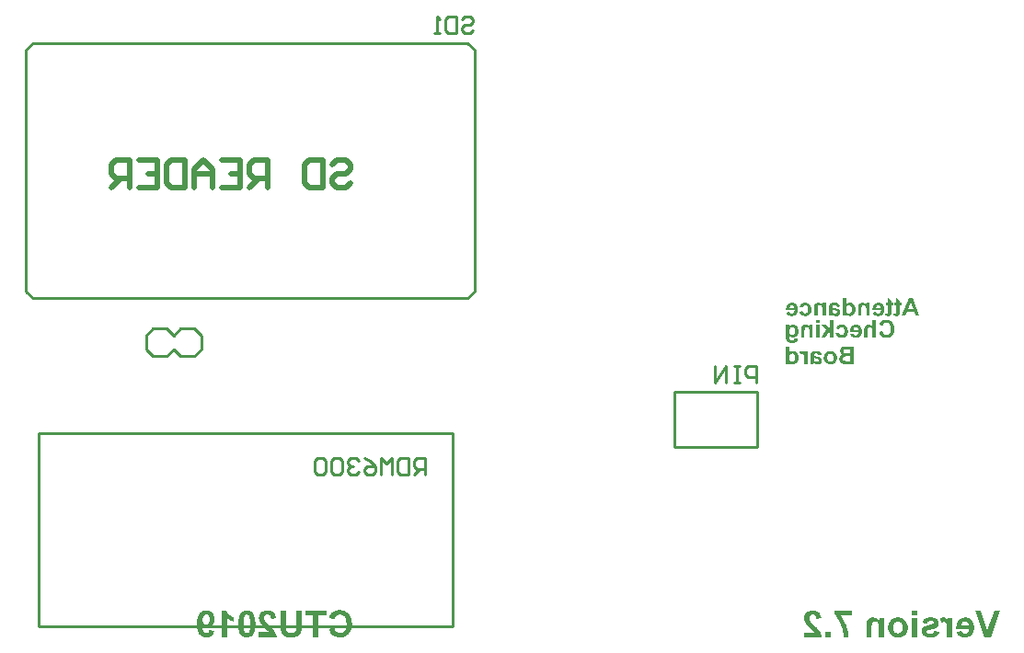
<source format=gbr>
%TF.GenerationSoftware,Altium Limited,Altium Designer,18.1.6 (161)*%
G04 Layer_Color=32896*
%FSLAX44Y44*%
%MOMM*%
%TF.FileFunction,Legend,Bot*%
%TF.Part,Single*%
G01*
G75*
%TA.AperFunction,NonConductor*%
%ADD21C,0.2540*%
%ADD22C,0.5080*%
G36*
X514978Y653611D02*
X515542Y653575D01*
X516635Y653399D01*
X517552Y653117D01*
X517975Y652976D01*
X518363Y652800D01*
X518715Y652659D01*
X518997Y652483D01*
X519280Y652342D01*
X519491Y652236D01*
X519667Y652095D01*
X519773Y652024D01*
X519844Y651989D01*
X519879Y651954D01*
X520267Y651601D01*
X520619Y651249D01*
X520937Y650826D01*
X521219Y650367D01*
X521642Y649451D01*
X521994Y648569D01*
X522100Y648111D01*
X522206Y647723D01*
X522312Y647371D01*
X522347Y647053D01*
X522417Y646771D01*
Y646595D01*
X522453Y646454D01*
Y646419D01*
X517799Y645960D01*
X517728Y646665D01*
X517587Y647265D01*
X517446Y647794D01*
X517270Y648181D01*
X517129Y648499D01*
X516988Y648710D01*
X516882Y648851D01*
X516847Y648886D01*
X516494Y649168D01*
X516107Y649380D01*
X515719Y649556D01*
X515331Y649662D01*
X515014Y649733D01*
X514732Y649768D01*
X514485D01*
X513956Y649733D01*
X513498Y649627D01*
X513110Y649486D01*
X512757Y649345D01*
X512510Y649204D01*
X512299Y649063D01*
X512193Y648957D01*
X512158Y648922D01*
X511876Y648569D01*
X511664Y648181D01*
X511523Y647794D01*
X511418Y647406D01*
X511347Y647053D01*
X511312Y646736D01*
Y646560D01*
Y646524D01*
Y646489D01*
X511347Y645960D01*
X511453Y645467D01*
X511629Y644973D01*
X511805Y644550D01*
X511982Y644162D01*
X512158Y643880D01*
X512264Y643704D01*
X512299Y643633D01*
X512440Y643422D01*
X512652Y643175D01*
X512934Y642858D01*
X513216Y642576D01*
X513850Y641906D01*
X514485Y641236D01*
X515119Y640602D01*
X515401Y640320D01*
X515684Y640108D01*
X515895Y639896D01*
X516036Y639755D01*
X516142Y639650D01*
X516177Y639614D01*
X516882Y638945D01*
X517517Y638310D01*
X518116Y637711D01*
X518645Y637182D01*
X519138Y636653D01*
X519562Y636159D01*
X519949Y635736D01*
X520267Y635313D01*
X520549Y634961D01*
X520796Y634643D01*
X521007Y634397D01*
X521148Y634150D01*
X521289Y634009D01*
X521360Y633868D01*
X521430Y633797D01*
Y633762D01*
X521888Y632951D01*
X522241Y632105D01*
X522523Y631329D01*
X522734Y630624D01*
X522876Y629990D01*
X522911Y629743D01*
X522946Y629531D01*
X522981Y629355D01*
X523017Y629214D01*
Y629144D01*
Y629108D01*
X506623D01*
Y633445D01*
X515930D01*
X515648Y633903D01*
X515331Y634291D01*
X515190Y634467D01*
X515084Y634608D01*
X515014Y634679D01*
X514978Y634714D01*
X514837Y634855D01*
X514696Y635031D01*
X514273Y635419D01*
X513815Y635877D01*
X513357Y636336D01*
X512898Y636759D01*
X512510Y637111D01*
X512369Y637252D01*
X512264Y637358D01*
X512193Y637393D01*
X512158Y637429D01*
X511382Y638169D01*
X510748Y638768D01*
X510219Y639332D01*
X509796Y639755D01*
X509479Y640108D01*
X509267Y640355D01*
X509126Y640531D01*
X509091Y640566D01*
X508633Y641166D01*
X508245Y641730D01*
X507927Y642259D01*
X507681Y642717D01*
X507469Y643105D01*
X507328Y643422D01*
X507257Y643598D01*
X507222Y643669D01*
X507011Y644233D01*
X506870Y644797D01*
X506764Y645326D01*
X506693Y645819D01*
X506658Y646207D01*
X506623Y646524D01*
Y646736D01*
Y646806D01*
X506658Y647335D01*
X506729Y647864D01*
X506799Y648358D01*
X506940Y648816D01*
X507293Y649627D01*
X507645Y650332D01*
X507857Y650649D01*
X508033Y650896D01*
X508209Y651143D01*
X508386Y651319D01*
X508527Y651460D01*
X508597Y651601D01*
X508668Y651636D01*
X508703Y651672D01*
X509091Y652024D01*
X509549Y652342D01*
X509972Y652588D01*
X510466Y652800D01*
X511382Y653152D01*
X512299Y653399D01*
X512722Y653470D01*
X513110Y653540D01*
X513462Y653575D01*
X513780Y653611D01*
X514026Y653646D01*
X514379D01*
X514978Y653611D01*
D02*
G37*
G36*
X476691Y652835D02*
X477150Y652095D01*
X477643Y651390D01*
X478137Y650826D01*
X478560Y650367D01*
X478948Y650015D01*
X479089Y649874D01*
X479194Y649768D01*
X479265Y649733D01*
X479300Y649697D01*
X480076Y649133D01*
X480816Y648640D01*
X481486Y648252D01*
X482085Y647970D01*
X482579Y647758D01*
X482931Y647582D01*
X483072Y647547D01*
X483178Y647512D01*
X483214Y647476D01*
X483249D01*
Y643246D01*
X481979Y643739D01*
X480851Y644268D01*
X480322Y644550D01*
X479829Y644867D01*
X479371Y645149D01*
X478948Y645432D01*
X478560Y645714D01*
X478207Y645960D01*
X477925Y646172D01*
X477678Y646383D01*
X477467Y646560D01*
X477326Y646665D01*
X477255Y646736D01*
X477220Y646771D01*
Y629108D01*
X472531D01*
Y653646D01*
X476339D01*
X476691Y652835D01*
D02*
G37*
G36*
X458711Y653611D02*
X459275Y653540D01*
X459839Y653434D01*
X460368Y653293D01*
X460862Y653117D01*
X461320Y652906D01*
X461778Y652729D01*
X462131Y652518D01*
X462483Y652271D01*
X462801Y652095D01*
X463047Y651883D01*
X463294Y651707D01*
X463470Y651566D01*
X463576Y651460D01*
X463647Y651390D01*
X463682Y651354D01*
X464070Y650896D01*
X464387Y650438D01*
X464705Y649944D01*
X464951Y649451D01*
X465163Y648957D01*
X465339Y648428D01*
X465586Y647476D01*
X465692Y647053D01*
X465762Y646630D01*
X465797Y646278D01*
X465833Y645960D01*
X465868Y645678D01*
Y645502D01*
Y645361D01*
Y645326D01*
X465833Y644691D01*
X465762Y644056D01*
X465692Y643457D01*
X465551Y642928D01*
X465374Y642400D01*
X465198Y641941D01*
X465022Y641483D01*
X464810Y641095D01*
X464634Y640742D01*
X464458Y640425D01*
X464281Y640179D01*
X464105Y639932D01*
X463964Y639791D01*
X463894Y639650D01*
X463823Y639579D01*
X463788Y639544D01*
X463400Y639156D01*
X462977Y638803D01*
X462554Y638521D01*
X462131Y638275D01*
X461708Y638063D01*
X461320Y637852D01*
X460544Y637605D01*
X459874Y637429D01*
X459593Y637393D01*
X459346Y637358D01*
X459134Y637323D01*
X458852D01*
X458358Y637358D01*
X457900Y637429D01*
X457477Y637499D01*
X457054Y637640D01*
X456278Y637957D01*
X455644Y638345D01*
X455150Y638733D01*
X454939Y638909D01*
X454762Y639050D01*
X454622Y639191D01*
X454516Y639297D01*
X454481Y639332D01*
X454445Y639368D01*
X454516Y638627D01*
X454586Y637922D01*
X454657Y637287D01*
X454762Y636723D01*
X454868Y636230D01*
X454974Y635772D01*
X455080Y635384D01*
X455186Y635031D01*
X455327Y634714D01*
X455397Y634467D01*
X455503Y634256D01*
X455573Y634115D01*
X455644Y633974D01*
X455714Y633903D01*
X455750Y633833D01*
X456138Y633410D01*
X456561Y633092D01*
X456948Y632845D01*
X457336Y632704D01*
X457689Y632599D01*
X457935Y632563D01*
X458112Y632528D01*
X458182D01*
X458570Y632563D01*
X458958Y632634D01*
X459240Y632740D01*
X459522Y632845D01*
X459734Y632951D01*
X459874Y633057D01*
X459980Y633127D01*
X460015Y633163D01*
X460262Y633445D01*
X460439Y633762D01*
X460580Y634115D01*
X460685Y634467D01*
X460791Y634749D01*
X460826Y634996D01*
X460862Y635172D01*
Y635243D01*
X465374Y634714D01*
X465269Y634150D01*
X465127Y633656D01*
X464986Y633163D01*
X464810Y632740D01*
X464634Y632317D01*
X464458Y631929D01*
X464246Y631611D01*
X464070Y631294D01*
X463858Y631047D01*
X463717Y630801D01*
X463541Y630624D01*
X463400Y630448D01*
X463294Y630342D01*
X463189Y630237D01*
X463153Y630201D01*
X463118Y630166D01*
X462765Y629884D01*
X462413Y629672D01*
X461637Y629285D01*
X460897Y629038D01*
X460157Y628826D01*
X459487Y628721D01*
X459205Y628685D01*
X458958D01*
X458782Y628650D01*
X458500D01*
X457759Y628685D01*
X457089Y628791D01*
X456455Y628932D01*
X455820Y629108D01*
X455256Y629355D01*
X454727Y629602D01*
X454234Y629849D01*
X453811Y630131D01*
X453423Y630413D01*
X453070Y630659D01*
X452788Y630942D01*
X452541Y631153D01*
X452330Y631329D01*
X452189Y631470D01*
X452118Y631576D01*
X452083Y631611D01*
X451625Y632211D01*
X451272Y632881D01*
X450920Y633621D01*
X450638Y634361D01*
X450391Y635172D01*
X450179Y635983D01*
X450038Y636759D01*
X449897Y637570D01*
X449791Y638310D01*
X449721Y638980D01*
X449650Y639614D01*
X449615Y640179D01*
X449580Y640637D01*
Y640989D01*
Y641095D01*
Y641201D01*
Y641236D01*
Y641271D01*
X449615Y642470D01*
X449686Y643563D01*
X449791Y644585D01*
X449968Y645537D01*
X450144Y646383D01*
X450320Y647159D01*
X450567Y647864D01*
X450779Y648499D01*
X450990Y649027D01*
X451202Y649486D01*
X451413Y649874D01*
X451590Y650191D01*
X451766Y650438D01*
X451872Y650614D01*
X451942Y650720D01*
X451977Y650755D01*
X452436Y651249D01*
X452929Y651707D01*
X453423Y652095D01*
X453916Y652412D01*
X454445Y652694D01*
X454939Y652941D01*
X455432Y653117D01*
X455926Y653293D01*
X456349Y653399D01*
X456772Y653505D01*
X457125Y653575D01*
X457442Y653611D01*
X457724D01*
X457900Y653646D01*
X458077D01*
X458711Y653611D01*
D02*
G37*
G36*
X581822Y653928D02*
X582739Y653822D01*
X583550Y653646D01*
X584361Y653434D01*
X585066Y653188D01*
X585771Y652906D01*
X586370Y652588D01*
X586934Y652271D01*
X587463Y651954D01*
X587886Y651636D01*
X588274Y651354D01*
X588591Y651108D01*
X588838Y650896D01*
X589014Y650720D01*
X589120Y650614D01*
X589155Y650579D01*
X589719Y649909D01*
X590178Y649204D01*
X590601Y648463D01*
X590953Y647688D01*
X591271Y646877D01*
X591517Y646101D01*
X591729Y645326D01*
X591905Y644585D01*
X592046Y643845D01*
X592117Y643210D01*
X592187Y642611D01*
X592258Y642117D01*
Y641694D01*
X592293Y641377D01*
Y641166D01*
Y641130D01*
Y641095D01*
X592258Y640037D01*
X592152Y639050D01*
X592011Y638098D01*
X591800Y637252D01*
X591588Y636441D01*
X591306Y635666D01*
X591024Y634996D01*
X590742Y634397D01*
X590460Y633833D01*
X590178Y633339D01*
X589896Y632951D01*
X589684Y632599D01*
X589473Y632352D01*
X589332Y632140D01*
X589226Y632034D01*
X589191Y631999D01*
X588591Y631400D01*
X587957Y630906D01*
X587287Y630448D01*
X586617Y630095D01*
X585947Y629778D01*
X585277Y629496D01*
X584643Y629285D01*
X584043Y629108D01*
X583444Y628967D01*
X582915Y628862D01*
X582422Y628791D01*
X582034Y628756D01*
X581681Y628721D01*
X581434Y628685D01*
X581223D01*
X580483Y628721D01*
X579813Y628756D01*
X579143Y628862D01*
X578544Y629003D01*
X577979Y629144D01*
X577451Y629285D01*
X576957Y629461D01*
X576499Y629672D01*
X576111Y629849D01*
X575758Y630025D01*
X575441Y630166D01*
X575194Y630307D01*
X574983Y630448D01*
X574842Y630554D01*
X574771Y630589D01*
X574736Y630624D01*
X574278Y631012D01*
X573855Y631435D01*
X573079Y632387D01*
X572444Y633374D01*
X571951Y634326D01*
X571739Y634784D01*
X571563Y635207D01*
X571422Y635595D01*
X571281Y635913D01*
X571175Y636195D01*
X571105Y636406D01*
X571069Y636547D01*
Y636582D01*
X575864Y638063D01*
X576146Y637111D01*
X576464Y636300D01*
X576781Y635630D01*
X577133Y635066D01*
X577415Y634643D01*
X577662Y634361D01*
X577838Y634185D01*
X577909Y634115D01*
X578473Y633691D01*
X579037Y633410D01*
X579601Y633198D01*
X580095Y633022D01*
X580553Y632951D01*
X580941Y632916D01*
X581082Y632881D01*
X581258D01*
X581752Y632916D01*
X582210Y632951D01*
X583056Y633198D01*
X583797Y633480D01*
X584396Y633868D01*
X584889Y634220D01*
X585242Y634502D01*
X585383Y634643D01*
X585489Y634749D01*
X585524Y634784D01*
X585559Y634820D01*
X585841Y635207D01*
X586088Y635666D01*
X586335Y636159D01*
X586511Y636688D01*
X586793Y637781D01*
X587005Y638874D01*
X587075Y639403D01*
X587110Y639861D01*
X587181Y640320D01*
Y640707D01*
X587216Y640989D01*
Y641236D01*
Y641412D01*
Y641448D01*
X587181Y642259D01*
X587146Y642999D01*
X587075Y643669D01*
X586969Y644303D01*
X586828Y644867D01*
X586688Y645396D01*
X586547Y645854D01*
X586370Y646278D01*
X586229Y646630D01*
X586088Y646947D01*
X585947Y647194D01*
X585806Y647406D01*
X585700Y647582D01*
X585630Y647688D01*
X585559Y647758D01*
Y647794D01*
X585242Y648146D01*
X584889Y648463D01*
X584537Y648710D01*
X584149Y648922D01*
X583409Y649274D01*
X582704Y649521D01*
X582104Y649662D01*
X581822Y649697D01*
X581611Y649733D01*
X581399Y649768D01*
X581152D01*
X580447Y649733D01*
X579813Y649592D01*
X579249Y649415D01*
X578755Y649204D01*
X578367Y648992D01*
X578085Y648816D01*
X577909Y648675D01*
X577838Y648640D01*
X577380Y648217D01*
X576957Y647723D01*
X576640Y647230D01*
X576393Y646736D01*
X576217Y646313D01*
X576111Y645996D01*
X576040Y645854D01*
Y645749D01*
X576005Y645714D01*
Y645678D01*
X571140Y646842D01*
X571493Y647864D01*
X571880Y648745D01*
X572303Y649521D01*
X572691Y650156D01*
X573079Y650649D01*
X573220Y650861D01*
X573361Y651037D01*
X573467Y651143D01*
X573573Y651249D01*
X573608Y651319D01*
X573643D01*
X574172Y651777D01*
X574771Y652200D01*
X575335Y652553D01*
X575935Y652835D01*
X576569Y653117D01*
X577169Y653329D01*
X577768Y653505D01*
X578332Y653646D01*
X578861Y653752D01*
X579354Y653822D01*
X579777Y653893D01*
X580165Y653928D01*
X580483Y653963D01*
X580906D01*
X581822Y653928D01*
D02*
G37*
G36*
X546038Y640461D02*
Y639720D01*
X546003Y639015D01*
Y638345D01*
X545968Y637746D01*
X545933Y637182D01*
X545897Y636688D01*
X545862Y636230D01*
X545791Y635807D01*
X545756Y635454D01*
X545721Y635137D01*
X545686Y634855D01*
X545650Y634643D01*
X545615Y634467D01*
Y634361D01*
X545580Y634291D01*
Y634256D01*
X545404Y633727D01*
X545227Y633233D01*
X544981Y632775D01*
X544769Y632387D01*
X544557Y632034D01*
X544381Y631753D01*
X544240Y631611D01*
X544205Y631541D01*
X543782Y631083D01*
X543324Y630659D01*
X542830Y630307D01*
X542372Y629990D01*
X541984Y629743D01*
X541631Y629567D01*
X541420Y629461D01*
X541385Y629426D01*
X541349D01*
X540997Y629285D01*
X540609Y629179D01*
X539728Y628967D01*
X538846Y628826D01*
X538000Y628756D01*
X537612Y628721D01*
X537224Y628685D01*
X536907D01*
X536590Y628650D01*
X536026D01*
X535003Y628685D01*
X534087Y628756D01*
X533276Y628897D01*
X532606Y629038D01*
X532324Y629073D01*
X532042Y629144D01*
X531830Y629214D01*
X531654Y629285D01*
X531513Y629320D01*
X531407Y629355D01*
X531372Y629390D01*
X531337D01*
X530702Y629672D01*
X530138Y630025D01*
X529645Y630342D01*
X529221Y630659D01*
X528904Y630942D01*
X528657Y631153D01*
X528516Y631294D01*
X528481Y631365D01*
X528093Y631858D01*
X527776Y632387D01*
X527529Y632881D01*
X527318Y633374D01*
X527177Y633797D01*
X527071Y634150D01*
X527036Y634256D01*
Y634361D01*
X527000Y634397D01*
Y634432D01*
X526930Y634820D01*
X526859Y635243D01*
X526789Y635701D01*
X526754Y636159D01*
X526683Y637217D01*
X526613Y638239D01*
Y638698D01*
Y639156D01*
X526577Y639579D01*
Y639932D01*
Y640214D01*
Y640461D01*
Y640602D01*
Y640637D01*
Y653505D01*
X531513D01*
Y639967D01*
Y639438D01*
Y638945D01*
X531548Y638486D01*
Y638063D01*
X531584Y637711D01*
Y637358D01*
X531619Y637041D01*
Y636759D01*
X531689Y636336D01*
X531725Y636018D01*
X531760Y635842D01*
Y635772D01*
X531866Y635313D01*
X532042Y634925D01*
X532253Y634573D01*
X532465Y634256D01*
X532677Y634009D01*
X532853Y633833D01*
X532994Y633727D01*
X533029Y633691D01*
X533452Y633410D01*
X533981Y633198D01*
X534474Y633057D01*
X535003Y632951D01*
X535462Y632881D01*
X535814Y632845D01*
X536167D01*
X536907Y632881D01*
X537542Y632986D01*
X538106Y633127D01*
X538599Y633304D01*
X538952Y633445D01*
X539234Y633586D01*
X539375Y633691D01*
X539445Y633727D01*
X539833Y634079D01*
X540151Y634502D01*
X540433Y634890D01*
X540609Y635278D01*
X540750Y635630D01*
X540856Y635913D01*
X540926Y636089D01*
Y636159D01*
X540961Y636371D01*
X540997Y636582D01*
Y636865D01*
X541032Y637182D01*
X541067Y637852D01*
Y638557D01*
X541102Y639191D01*
Y639473D01*
Y639755D01*
Y639967D01*
Y640108D01*
Y640214D01*
Y640249D01*
Y653505D01*
X546038D01*
Y640461D01*
D02*
G37*
G36*
X568531Y649380D02*
X561304D01*
Y629108D01*
X556368D01*
Y649380D01*
X549176D01*
Y653505D01*
X568531D01*
Y649380D01*
D02*
G37*
G36*
X496187Y653611D02*
X496787Y653540D01*
X497386Y653399D01*
X497915Y653258D01*
X498409Y653047D01*
X498867Y652835D01*
X499255Y652624D01*
X499642Y652377D01*
X499960Y652130D01*
X500277Y651918D01*
X500524Y651707D01*
X500700Y651495D01*
X500876Y651354D01*
X500982Y651213D01*
X501053Y651143D01*
X501088Y651108D01*
X501511Y650508D01*
X501864Y649803D01*
X502181Y649063D01*
X502463Y648287D01*
X502674Y647476D01*
X502886Y646630D01*
X503027Y645819D01*
X503168Y645008D01*
X503238Y644233D01*
X503309Y643528D01*
X503379Y642858D01*
X503415Y642294D01*
X503450Y641835D01*
Y641483D01*
Y641342D01*
Y641236D01*
Y641201D01*
Y641166D01*
X503415Y639896D01*
X503344Y638733D01*
X503238Y637640D01*
X503097Y636653D01*
X502956Y635772D01*
X502780Y634961D01*
X502569Y634256D01*
X502357Y633621D01*
X502181Y633092D01*
X501969Y632599D01*
X501793Y632211D01*
X501617Y631894D01*
X501511Y631682D01*
X501405Y631506D01*
X501335Y631400D01*
X501299Y631365D01*
X500876Y630871D01*
X500418Y630483D01*
X499960Y630095D01*
X499466Y629813D01*
X499008Y629531D01*
X498514Y629320D01*
X498056Y629144D01*
X497598Y629003D01*
X497174Y628862D01*
X496787Y628791D01*
X496434Y628721D01*
X496152Y628685D01*
X495905D01*
X495694Y628650D01*
X495553D01*
X494918Y628685D01*
X494319Y628756D01*
X493719Y628897D01*
X493191Y629038D01*
X492697Y629214D01*
X492239Y629426D01*
X491851Y629672D01*
X491463Y629919D01*
X491146Y630131D01*
X490829Y630378D01*
X490582Y630589D01*
X490370Y630765D01*
X490229Y630906D01*
X490123Y631047D01*
X490053Y631118D01*
X490018Y631153D01*
X489595Y631753D01*
X489242Y632458D01*
X488890Y633198D01*
X488643Y634009D01*
X488396Y634820D01*
X488220Y635630D01*
X488043Y636477D01*
X487902Y637287D01*
X487832Y638063D01*
X487761Y638768D01*
X487691Y639438D01*
X487656Y640002D01*
X487620Y640461D01*
Y640813D01*
Y640954D01*
Y641060D01*
Y641095D01*
Y641130D01*
X487656Y642400D01*
X487726Y643563D01*
X487832Y644621D01*
X488008Y645608D01*
X488184Y646524D01*
X488361Y647335D01*
X488607Y648076D01*
X488819Y648710D01*
X489031Y649309D01*
X489242Y649768D01*
X489454Y650191D01*
X489630Y650544D01*
X489806Y650790D01*
X489912Y650966D01*
X489982Y651072D01*
X490018Y651108D01*
X490406Y651566D01*
X490829Y651954D01*
X491287Y652271D01*
X491745Y652588D01*
X492203Y652835D01*
X492662Y653011D01*
X493085Y653188D01*
X493543Y653329D01*
X493966Y653434D01*
X494319Y653505D01*
X494671Y653575D01*
X494953Y653611D01*
X495200Y653646D01*
X495553D01*
X496187Y653611D01*
D02*
G37*
G36*
X1112277Y649098D02*
X1107588D01*
Y653434D01*
X1112277D01*
Y649098D01*
D02*
G37*
G36*
X1016736Y653540D02*
X1017300Y653505D01*
X1018392Y653329D01*
X1019309Y653047D01*
X1019732Y652906D01*
X1020120Y652729D01*
X1020472Y652588D01*
X1020755Y652412D01*
X1021037Y652271D01*
X1021248Y652165D01*
X1021424Y652024D01*
X1021530Y651954D01*
X1021601Y651918D01*
X1021636Y651883D01*
X1022024Y651531D01*
X1022376Y651178D01*
X1022694Y650755D01*
X1022976Y650297D01*
X1023399Y649380D01*
X1023751Y648499D01*
X1023857Y648040D01*
X1023963Y647653D01*
X1024069Y647300D01*
X1024104Y646983D01*
X1024174Y646701D01*
Y646524D01*
X1024210Y646383D01*
Y646348D01*
X1019556Y645890D01*
X1019485Y646595D01*
X1019344Y647194D01*
X1019203Y647723D01*
X1019027Y648111D01*
X1018886Y648428D01*
X1018745Y648640D01*
X1018639Y648781D01*
X1018604Y648816D01*
X1018251Y649098D01*
X1017864Y649309D01*
X1017476Y649486D01*
X1017088Y649592D01*
X1016771Y649662D01*
X1016489Y649697D01*
X1016242D01*
X1015713Y649662D01*
X1015255Y649556D01*
X1014867Y649415D01*
X1014514Y649274D01*
X1014268Y649133D01*
X1014056Y648992D01*
X1013950Y648886D01*
X1013915Y648851D01*
X1013633Y648499D01*
X1013421Y648111D01*
X1013280Y647723D01*
X1013175Y647335D01*
X1013104Y646983D01*
X1013069Y646665D01*
Y646489D01*
Y646454D01*
Y646419D01*
X1013104Y645890D01*
X1013210Y645396D01*
X1013386Y644903D01*
X1013562Y644480D01*
X1013739Y644092D01*
X1013915Y643810D01*
X1014021Y643633D01*
X1014056Y643563D01*
X1014197Y643351D01*
X1014409Y643105D01*
X1014691Y642787D01*
X1014973Y642505D01*
X1015607Y641835D01*
X1016242Y641166D01*
X1016877Y640531D01*
X1017159Y640249D01*
X1017441Y640037D01*
X1017652Y639826D01*
X1017793Y639685D01*
X1017899Y639579D01*
X1017934Y639544D01*
X1018639Y638874D01*
X1019274Y638239D01*
X1019873Y637640D01*
X1020402Y637111D01*
X1020896Y636582D01*
X1021319Y636089D01*
X1021706Y635666D01*
X1022024Y635243D01*
X1022306Y634890D01*
X1022553Y634573D01*
X1022764Y634326D01*
X1022905Y634079D01*
X1023046Y633938D01*
X1023117Y633797D01*
X1023187Y633727D01*
Y633691D01*
X1023645Y632881D01*
X1023998Y632034D01*
X1024280Y631259D01*
X1024492Y630554D01*
X1024633Y629919D01*
X1024668Y629672D01*
X1024703Y629461D01*
X1024738Y629285D01*
X1024774Y629144D01*
Y629073D01*
Y629038D01*
X1008380D01*
Y633374D01*
X1017687D01*
X1017405Y633833D01*
X1017088Y634220D01*
X1016947Y634397D01*
X1016841Y634538D01*
X1016771Y634608D01*
X1016736Y634643D01*
X1016594Y634784D01*
X1016453Y634961D01*
X1016030Y635349D01*
X1015572Y635807D01*
X1015114Y636265D01*
X1014655Y636688D01*
X1014268Y637041D01*
X1014127Y637182D01*
X1014021Y637287D01*
X1013950Y637323D01*
X1013915Y637358D01*
X1013139Y638098D01*
X1012505Y638698D01*
X1011976Y639262D01*
X1011553Y639685D01*
X1011236Y640037D01*
X1011024Y640284D01*
X1010883Y640461D01*
X1010848Y640496D01*
X1010389Y641095D01*
X1010002Y641659D01*
X1009684Y642188D01*
X1009438Y642646D01*
X1009226Y643034D01*
X1009085Y643351D01*
X1009015Y643528D01*
X1008979Y643598D01*
X1008768Y644162D01*
X1008627Y644726D01*
X1008521Y645255D01*
X1008450Y645749D01*
X1008415Y646137D01*
X1008380Y646454D01*
Y646665D01*
Y646736D01*
X1008415Y647265D01*
X1008486Y647794D01*
X1008556Y648287D01*
X1008697Y648745D01*
X1009050Y649556D01*
X1009402Y650261D01*
X1009614Y650579D01*
X1009790Y650826D01*
X1009967Y651072D01*
X1010143Y651249D01*
X1010284Y651390D01*
X1010354Y651531D01*
X1010425Y651566D01*
X1010460Y651601D01*
X1010848Y651954D01*
X1011306Y652271D01*
X1011729Y652518D01*
X1012223Y652729D01*
X1013139Y653082D01*
X1014056Y653329D01*
X1014479Y653399D01*
X1014867Y653470D01*
X1015219Y653505D01*
X1015537Y653540D01*
X1015784Y653575D01*
X1016136D01*
X1016736Y653540D01*
D02*
G37*
G36*
X1179896Y629038D02*
X1174573D01*
X1165900Y653434D01*
X1171153D01*
X1177111Y635384D01*
X1183316Y653434D01*
X1188640D01*
X1179896Y629038D01*
D02*
G37*
G36*
X1157368Y647088D02*
X1157968Y647018D01*
X1158567Y646877D01*
X1159096Y646736D01*
X1159625Y646560D01*
X1160083Y646348D01*
X1160541Y646101D01*
X1160929Y645890D01*
X1161282Y645643D01*
X1161599Y645396D01*
X1161881Y645185D01*
X1162093Y645008D01*
X1162269Y644867D01*
X1162410Y644726D01*
X1162480Y644656D01*
X1162516Y644621D01*
X1162904Y644127D01*
X1163256Y643598D01*
X1163573Y643069D01*
X1163855Y642505D01*
X1164067Y641906D01*
X1164243Y641342D01*
X1164525Y640249D01*
X1164631Y639720D01*
X1164702Y639262D01*
X1164737Y638839D01*
X1164772Y638486D01*
X1164807Y638169D01*
Y637922D01*
Y637781D01*
Y637746D01*
X1164772Y637076D01*
X1164737Y636406D01*
X1164631Y635807D01*
X1164525Y635243D01*
X1164419Y634679D01*
X1164243Y634185D01*
X1164102Y633727D01*
X1163926Y633304D01*
X1163785Y632916D01*
X1163609Y632599D01*
X1163468Y632317D01*
X1163362Y632070D01*
X1163221Y631894D01*
X1163150Y631753D01*
X1163115Y631682D01*
X1163080Y631647D01*
X1162622Y631118D01*
X1162163Y630659D01*
X1161634Y630272D01*
X1161070Y629919D01*
X1160506Y629637D01*
X1159942Y629390D01*
X1159378Y629179D01*
X1158814Y629038D01*
X1158320Y628897D01*
X1157827Y628826D01*
X1157368Y628756D01*
X1156981Y628685D01*
X1156663D01*
X1156452Y628650D01*
X1156240D01*
X1155218Y628721D01*
X1154266Y628862D01*
X1153455Y629073D01*
X1152750Y629320D01*
X1152433Y629461D01*
X1152186Y629567D01*
X1151939Y629672D01*
X1151763Y629778D01*
X1151622Y629884D01*
X1151481Y629919D01*
X1151446Y629990D01*
X1151410D01*
X1150741Y630554D01*
X1150141Y631153D01*
X1149648Y631823D01*
X1149260Y632458D01*
X1148942Y633022D01*
X1148837Y633268D01*
X1148731Y633480D01*
X1148660Y633656D01*
X1148590Y633797D01*
X1148555Y633868D01*
Y633903D01*
X1153208Y634679D01*
X1153385Y634220D01*
X1153561Y633797D01*
X1153737Y633480D01*
X1153949Y633198D01*
X1154090Y632986D01*
X1154231Y632845D01*
X1154336Y632775D01*
X1154372Y632740D01*
X1154654Y632528D01*
X1154971Y632387D01*
X1155288Y632281D01*
X1155571Y632211D01*
X1155817Y632175D01*
X1156029Y632140D01*
X1156205D01*
X1156769Y632175D01*
X1157298Y632317D01*
X1157792Y632493D01*
X1158179Y632704D01*
X1158497Y632916D01*
X1158708Y633092D01*
X1158884Y633233D01*
X1158920Y633268D01*
X1159272Y633727D01*
X1159519Y634256D01*
X1159731Y634820D01*
X1159872Y635313D01*
X1159942Y635807D01*
X1159977Y636159D01*
X1160013Y636300D01*
Y636406D01*
Y636477D01*
Y636512D01*
X1148308D01*
Y637499D01*
X1148378Y638380D01*
X1148484Y639227D01*
X1148625Y640002D01*
X1148801Y640742D01*
X1148978Y641377D01*
X1149189Y641976D01*
X1149401Y642505D01*
X1149612Y642964D01*
X1149824Y643387D01*
X1150000Y643704D01*
X1150176Y643986D01*
X1150317Y644197D01*
X1150423Y644374D01*
X1150494Y644444D01*
X1150529Y644480D01*
X1150952Y644938D01*
X1151446Y645361D01*
X1151939Y645714D01*
X1152433Y645996D01*
X1152962Y646278D01*
X1153490Y646489D01*
X1153984Y646665D01*
X1154477Y646806D01*
X1154936Y646912D01*
X1155359Y646983D01*
X1155747Y647053D01*
X1156064Y647088D01*
X1156346Y647124D01*
X1156734D01*
X1157368Y647088D01*
D02*
G37*
G36*
X1136779D02*
X1137132Y647053D01*
X1137485Y646947D01*
X1137767Y646842D01*
X1138013Y646736D01*
X1138225Y646665D01*
X1138331Y646595D01*
X1138366Y646560D01*
X1138718Y646313D01*
X1139036Y645960D01*
X1139388Y645573D01*
X1139670Y645185D01*
X1139952Y644797D01*
X1140164Y644480D01*
X1140305Y644268D01*
X1140340Y644233D01*
Y646736D01*
X1144677D01*
Y629038D01*
X1139988D01*
Y634467D01*
Y635278D01*
Y636018D01*
X1139952Y636688D01*
X1139917Y637287D01*
Y637852D01*
X1139882Y638310D01*
X1139847Y638768D01*
X1139811Y639121D01*
X1139776Y639438D01*
X1139741Y639720D01*
X1139706Y639932D01*
Y640108D01*
X1139670Y640214D01*
X1139635Y640320D01*
Y640390D01*
X1139494Y640884D01*
X1139318Y641307D01*
X1139141Y641659D01*
X1138965Y641906D01*
X1138824Y642117D01*
X1138683Y642259D01*
X1138613Y642329D01*
X1138577Y642364D01*
X1138295Y642541D01*
X1138013Y642682D01*
X1137731Y642787D01*
X1137485Y642858D01*
X1137273Y642893D01*
X1137061Y642928D01*
X1136920D01*
X1136533Y642893D01*
X1136145Y642823D01*
X1135792Y642682D01*
X1135440Y642541D01*
X1135158Y642400D01*
X1134946Y642259D01*
X1134770Y642188D01*
X1134735Y642153D01*
X1133254Y646207D01*
X1133818Y646524D01*
X1134347Y646736D01*
X1134876Y646912D01*
X1135369Y647018D01*
X1135757Y647088D01*
X1136074Y647124D01*
X1136356D01*
X1136779Y647088D01*
D02*
G37*
G36*
X1112277Y629038D02*
X1107588D01*
Y646736D01*
X1112277D01*
Y629038D01*
D02*
G37*
G36*
X1072474Y647088D02*
X1073109Y646983D01*
X1073673Y646842D01*
X1074237Y646665D01*
X1074765Y646419D01*
X1075224Y646172D01*
X1075682Y645890D01*
X1076070Y645643D01*
X1076423Y645361D01*
X1076740Y645079D01*
X1077022Y644832D01*
X1077233Y644585D01*
X1077410Y644409D01*
X1077551Y644268D01*
X1077621Y644162D01*
X1077656Y644127D01*
Y646736D01*
X1081993D01*
Y629038D01*
X1077304D01*
Y637006D01*
Y637534D01*
Y638028D01*
X1077269Y638486D01*
X1077233Y638874D01*
Y639262D01*
X1077198Y639579D01*
X1077163Y639896D01*
X1077128Y640143D01*
X1077057Y640566D01*
X1077022Y640848D01*
X1076951Y641025D01*
Y641060D01*
X1076810Y641448D01*
X1076599Y641835D01*
X1076387Y642117D01*
X1076176Y642400D01*
X1075964Y642576D01*
X1075788Y642752D01*
X1075682Y642823D01*
X1075647Y642858D01*
X1075259Y643069D01*
X1074871Y643246D01*
X1074519Y643351D01*
X1074166Y643457D01*
X1073884Y643492D01*
X1073673Y643528D01*
X1073461D01*
X1073109Y643492D01*
X1072791Y643457D01*
X1072544Y643387D01*
X1072298Y643281D01*
X1072086Y643175D01*
X1071945Y643105D01*
X1071875Y643069D01*
X1071839Y643034D01*
X1071593Y642858D01*
X1071416Y642646D01*
X1071099Y642223D01*
X1070993Y642012D01*
X1070923Y641871D01*
X1070852Y641765D01*
Y641730D01*
X1070782Y641553D01*
X1070746Y641342D01*
X1070676Y640813D01*
X1070605Y640179D01*
X1070570Y639579D01*
X1070535Y638980D01*
Y638733D01*
Y638486D01*
Y638310D01*
Y638169D01*
Y638063D01*
Y638028D01*
Y629038D01*
X1065846D01*
Y640002D01*
Y640742D01*
X1065881Y641342D01*
X1065917Y641906D01*
X1065987Y642329D01*
X1066022Y642682D01*
X1066093Y642928D01*
X1066128Y643105D01*
Y643140D01*
X1066234Y643563D01*
X1066375Y643915D01*
X1066516Y644268D01*
X1066692Y644550D01*
X1066833Y644797D01*
X1066939Y644973D01*
X1067009Y645079D01*
X1067045Y645114D01*
X1067327Y645432D01*
X1067644Y645714D01*
X1067961Y645960D01*
X1068279Y646172D01*
X1068561Y646348D01*
X1068807Y646454D01*
X1068948Y646524D01*
X1069019Y646560D01*
X1069512Y646736D01*
X1070006Y646877D01*
X1070464Y646983D01*
X1070888Y647053D01*
X1071275Y647088D01*
X1071593Y647124D01*
X1071839D01*
X1072474Y647088D01*
D02*
G37*
G36*
X1052625Y648781D02*
X1042013D01*
X1043177Y647194D01*
X1044199Y645537D01*
X1044693Y644762D01*
X1045116Y643951D01*
X1045504Y643210D01*
X1045856Y642505D01*
X1046174Y641835D01*
X1046456Y641236D01*
X1046702Y640672D01*
X1046914Y640214D01*
X1047055Y639861D01*
X1047161Y639579D01*
X1047231Y639403D01*
X1047266Y639332D01*
X1047619Y638345D01*
X1047936Y637393D01*
X1048183Y636441D01*
X1048430Y635525D01*
X1048606Y634608D01*
X1048783Y633762D01*
X1048923Y632951D01*
X1049029Y632211D01*
X1049135Y631541D01*
X1049205Y630906D01*
X1049276Y630378D01*
X1049311Y629919D01*
Y629531D01*
X1049346Y629249D01*
Y629108D01*
Y629038D01*
X1044834D01*
X1044799Y630272D01*
X1044693Y631541D01*
X1044517Y632775D01*
X1044446Y633339D01*
X1044340Y633903D01*
X1044234Y634397D01*
X1044129Y634890D01*
X1044058Y635278D01*
X1043988Y635630D01*
X1043917Y635948D01*
X1043847Y636159D01*
X1043811Y636300D01*
Y636336D01*
X1043353Y637852D01*
X1042860Y639297D01*
X1042613Y639967D01*
X1042331Y640602D01*
X1042084Y641201D01*
X1041837Y641765D01*
X1041590Y642259D01*
X1041379Y642717D01*
X1041167Y643140D01*
X1041026Y643457D01*
X1040885Y643739D01*
X1040779Y643915D01*
X1040709Y644056D01*
X1040674Y644092D01*
X1040286Y644762D01*
X1039898Y645396D01*
X1039546Y645960D01*
X1039193Y646524D01*
X1038840Y647018D01*
X1038488Y647476D01*
X1038171Y647899D01*
X1037889Y648287D01*
X1037607Y648640D01*
X1037360Y648922D01*
X1037148Y649168D01*
X1036972Y649380D01*
X1036831Y649521D01*
X1036725Y649627D01*
X1036655Y649697D01*
X1036619Y649733D01*
Y653117D01*
X1052625D01*
Y648781D01*
D02*
G37*
G36*
X1032671Y629038D02*
X1027982D01*
Y633727D01*
X1032671D01*
Y629038D01*
D02*
G37*
G36*
X1126132Y647053D02*
X1126732Y646983D01*
X1127296Y646877D01*
X1127789Y646771D01*
X1128248Y646630D01*
X1128671Y646489D01*
X1129059Y646348D01*
X1129376Y646172D01*
X1129658Y646031D01*
X1129905Y645890D01*
X1130081Y645784D01*
X1130257Y645678D01*
X1130363Y645608D01*
X1130398Y645573D01*
X1130434Y645537D01*
X1130751Y645255D01*
X1131033Y644938D01*
X1131280Y644621D01*
X1131456Y644268D01*
X1131808Y643633D01*
X1132020Y643034D01*
X1132126Y642505D01*
X1132161Y642259D01*
X1132196Y642082D01*
X1132232Y641906D01*
Y641800D01*
Y641730D01*
Y641694D01*
X1132196Y641236D01*
X1132126Y640813D01*
X1132055Y640390D01*
X1131914Y640002D01*
X1131562Y639332D01*
X1131174Y638768D01*
X1130821Y638310D01*
X1130469Y637993D01*
X1130328Y637852D01*
X1130257Y637781D01*
X1130187Y637746D01*
X1130152Y637711D01*
X1129834Y637534D01*
X1129411Y637323D01*
X1128917Y637111D01*
X1128389Y636935D01*
X1127825Y636723D01*
X1127225Y636547D01*
X1125991Y636195D01*
X1125392Y636018D01*
X1124828Y635877D01*
X1124334Y635736D01*
X1123876Y635630D01*
X1123488Y635560D01*
X1123206Y635490D01*
X1123030Y635419D01*
X1122959D01*
X1122536Y635313D01*
X1122219Y635207D01*
X1121937Y635102D01*
X1121725Y635031D01*
X1121584Y634925D01*
X1121479Y634890D01*
X1121408Y634820D01*
X1121197Y634538D01*
X1121091Y634256D01*
X1121056Y634044D01*
Y633974D01*
Y633938D01*
X1121091Y633656D01*
X1121161Y633410D01*
X1121267Y633198D01*
X1121373Y633022D01*
X1121479Y632881D01*
X1121584Y632775D01*
X1121655Y632704D01*
X1121690Y632669D01*
X1122078Y632458D01*
X1122501Y632317D01*
X1122959Y632175D01*
X1123382Y632105D01*
X1123770Y632070D01*
X1124123Y632034D01*
X1124405D01*
X1125004Y632070D01*
X1125498Y632140D01*
X1125956Y632246D01*
X1126309Y632387D01*
X1126591Y632493D01*
X1126802Y632599D01*
X1126943Y632669D01*
X1126979Y632704D01*
X1127296Y632986D01*
X1127543Y633339D01*
X1127754Y633656D01*
X1127930Y634009D01*
X1128036Y634326D01*
X1128107Y634573D01*
X1128177Y634714D01*
Y634784D01*
X1132866Y634079D01*
X1132549Y633198D01*
X1132161Y632387D01*
X1131738Y631717D01*
X1131280Y631153D01*
X1130857Y630695D01*
X1130469Y630378D01*
X1130363Y630237D01*
X1130257Y630166D01*
X1130187Y630131D01*
X1130152Y630095D01*
X1129728Y629849D01*
X1129305Y629602D01*
X1128353Y629249D01*
X1127402Y629003D01*
X1126485Y628826D01*
X1126062Y628756D01*
X1125674Y628721D01*
X1125322Y628685D01*
X1125004D01*
X1124757Y628650D01*
X1124405D01*
X1123700Y628685D01*
X1123030Y628721D01*
X1122395Y628826D01*
X1121796Y628932D01*
X1121267Y629038D01*
X1120774Y629214D01*
X1120315Y629355D01*
X1119928Y629531D01*
X1119575Y629672D01*
X1119258Y629849D01*
X1119011Y629990D01*
X1118799Y630095D01*
X1118623Y630237D01*
X1118517Y630307D01*
X1118447Y630342D01*
X1118411Y630378D01*
X1118059Y630730D01*
X1117742Y631083D01*
X1117460Y631435D01*
X1117213Y631788D01*
X1117037Y632140D01*
X1116860Y632493D01*
X1116613Y633127D01*
X1116472Y633727D01*
X1116437Y633974D01*
X1116402Y634150D01*
X1116367Y634326D01*
Y634467D01*
Y634538D01*
Y634573D01*
X1116437Y635349D01*
X1116613Y636054D01*
X1116825Y636653D01*
X1117107Y637146D01*
X1117389Y637534D01*
X1117601Y637816D01*
X1117777Y637957D01*
X1117847Y638028D01*
X1118165Y638239D01*
X1118482Y638486D01*
X1118870Y638662D01*
X1119293Y638874D01*
X1120139Y639227D01*
X1121020Y639544D01*
X1121796Y639791D01*
X1122149Y639861D01*
X1122466Y639967D01*
X1122713Y640037D01*
X1122889Y640073D01*
X1123030Y640108D01*
X1123065D01*
X1123735Y640284D01*
X1124334Y640425D01*
X1124863Y640566D01*
X1125322Y640707D01*
X1125745Y640813D01*
X1126097Y640919D01*
X1126379Y641025D01*
X1126661Y641095D01*
X1126873Y641201D01*
X1127049Y641271D01*
X1127190Y641307D01*
X1127261Y641377D01*
X1127402Y641412D01*
X1127437Y641448D01*
X1127578Y641589D01*
X1127684Y641730D01*
X1127825Y642012D01*
X1127895Y642223D01*
Y642259D01*
Y642294D01*
X1127860Y642505D01*
X1127825Y642682D01*
X1127613Y642999D01*
X1127437Y643175D01*
X1127402Y643246D01*
X1127366D01*
X1127014Y643422D01*
X1126626Y643563D01*
X1126203Y643633D01*
X1125745Y643704D01*
X1125357Y643739D01*
X1125040Y643774D01*
X1124722D01*
X1124193Y643739D01*
X1123735Y643704D01*
X1123347Y643598D01*
X1123030Y643492D01*
X1122783Y643387D01*
X1122607Y643316D01*
X1122501Y643246D01*
X1122466Y643210D01*
X1122184Y642999D01*
X1121972Y642752D01*
X1121761Y642505D01*
X1121620Y642223D01*
X1121514Y642012D01*
X1121443Y641835D01*
X1121373Y641694D01*
Y641659D01*
X1116966Y642470D01*
X1117248Y643281D01*
X1117636Y643986D01*
X1118024Y644585D01*
X1118447Y645044D01*
X1118799Y645432D01*
X1119117Y645714D01*
X1119328Y645854D01*
X1119363Y645925D01*
X1119399D01*
X1119751Y646137D01*
X1120139Y646313D01*
X1120985Y646630D01*
X1121867Y646842D01*
X1122748Y646983D01*
X1123171Y647018D01*
X1123559Y647053D01*
X1123911Y647088D01*
X1124193Y647124D01*
X1125498D01*
X1126132Y647053D01*
D02*
G37*
G36*
X1095707Y647088D02*
X1096589Y646947D01*
X1097399Y646771D01*
X1098104Y646560D01*
X1098387Y646419D01*
X1098669Y646313D01*
X1098915Y646242D01*
X1099092Y646137D01*
X1099268Y646066D01*
X1099374Y645996D01*
X1099444Y645960D01*
X1099479D01*
X1100220Y645467D01*
X1100854Y644938D01*
X1101419Y644374D01*
X1101877Y643845D01*
X1102229Y643351D01*
X1102511Y642964D01*
X1102617Y642823D01*
X1102652Y642717D01*
X1102723Y642646D01*
Y642611D01*
X1103111Y641800D01*
X1103357Y640989D01*
X1103569Y640249D01*
X1103710Y639579D01*
X1103781Y638980D01*
X1103816Y638733D01*
Y638521D01*
X1103851Y638380D01*
Y638239D01*
Y638169D01*
Y638134D01*
X1103816Y637041D01*
X1103675Y636018D01*
X1103499Y635137D01*
X1103393Y634749D01*
X1103287Y634397D01*
X1103181Y634079D01*
X1103075Y633797D01*
X1102970Y633550D01*
X1102899Y633339D01*
X1102829Y633163D01*
X1102758Y633057D01*
X1102723Y632986D01*
Y632951D01*
X1102229Y632211D01*
X1101701Y631576D01*
X1101136Y631012D01*
X1100608Y630554D01*
X1100114Y630201D01*
X1099726Y629954D01*
X1099585Y629849D01*
X1099479Y629778D01*
X1099409Y629743D01*
X1099374D01*
X1098528Y629390D01*
X1097717Y629108D01*
X1096941Y628932D01*
X1096201Y628791D01*
X1095601Y628721D01*
X1095355Y628685D01*
X1095143D01*
X1094967Y628650D01*
X1094720D01*
X1093980Y628685D01*
X1093310Y628756D01*
X1092640Y628897D01*
X1092041Y629073D01*
X1091441Y629249D01*
X1090912Y629461D01*
X1090419Y629708D01*
X1089960Y629954D01*
X1089573Y630201D01*
X1089220Y630448D01*
X1088903Y630659D01*
X1088656Y630836D01*
X1088445Y631012D01*
X1088304Y631153D01*
X1088233Y631224D01*
X1088198Y631259D01*
X1087739Y631788D01*
X1087352Y632317D01*
X1086999Y632845D01*
X1086682Y633410D01*
X1086435Y633974D01*
X1086224Y634538D01*
X1086047Y635066D01*
X1085906Y635595D01*
X1085800Y636054D01*
X1085730Y636512D01*
X1085659Y636900D01*
X1085624Y637252D01*
X1085589Y637534D01*
Y637746D01*
Y637887D01*
Y637922D01*
X1085624Y638662D01*
X1085695Y639368D01*
X1085836Y640002D01*
X1085977Y640637D01*
X1086188Y641201D01*
X1086400Y641765D01*
X1086646Y642259D01*
X1086858Y642717D01*
X1087105Y643105D01*
X1087352Y643492D01*
X1087563Y643774D01*
X1087775Y644056D01*
X1087916Y644233D01*
X1088057Y644409D01*
X1088127Y644480D01*
X1088163Y644515D01*
X1088656Y644973D01*
X1089185Y645361D01*
X1089714Y645714D01*
X1090278Y646031D01*
X1090842Y646278D01*
X1091371Y646489D01*
X1091900Y646665D01*
X1092428Y646806D01*
X1092887Y646912D01*
X1093345Y646983D01*
X1093733Y647053D01*
X1094085Y647088D01*
X1094367Y647124D01*
X1094755D01*
X1095707Y647088D01*
D02*
G37*
G36*
X1037152Y936752D02*
X1037528Y936728D01*
X1037857Y936658D01*
X1038186Y936611D01*
X1038468Y936540D01*
X1038727Y936446D01*
X1038961Y936376D01*
X1039149Y936305D01*
X1039337Y936211D01*
X1039478Y936141D01*
X1039619Y936094D01*
X1039713Y936023D01*
X1039784Y936000D01*
X1039807Y935953D01*
X1039831D01*
X1040230Y935601D01*
X1040559Y935201D01*
X1040841Y934778D01*
X1041076Y934379D01*
X1041240Y934003D01*
X1041311Y933838D01*
X1041358Y933697D01*
X1041405Y933580D01*
X1041428Y933486D01*
X1041452Y933439D01*
Y933416D01*
X1038656Y932899D01*
X1038539Y933180D01*
X1038421Y933416D01*
X1038304Y933627D01*
X1038163Y933791D01*
X1038069Y933909D01*
X1037975Y933979D01*
X1037928Y934026D01*
X1037904Y934050D01*
X1037716Y934167D01*
X1037505Y934261D01*
X1037270Y934308D01*
X1037058Y934355D01*
X1036870Y934379D01*
X1036729Y934402D01*
X1036589D01*
X1036165Y934379D01*
X1035813Y934332D01*
X1035531Y934285D01*
X1035296Y934214D01*
X1035132Y934120D01*
X1035014Y934073D01*
X1034944Y934026D01*
X1034920Y934003D01*
X1034756Y933838D01*
X1034638Y933650D01*
X1034568Y933439D01*
X1034497Y933227D01*
X1034474Y933016D01*
X1034450Y932852D01*
Y932758D01*
Y932711D01*
Y932405D01*
X1034615Y932335D01*
X1034826Y932264D01*
X1035273Y932123D01*
X1035790Y932006D01*
X1036283Y931888D01*
X1036753Y931771D01*
X1036964Y931724D01*
X1037152Y931700D01*
X1037293Y931677D01*
X1037411Y931653D01*
X1037481Y931630D01*
X1037505D01*
X1038069Y931512D01*
X1038586Y931395D01*
X1039008Y931277D01*
X1039361Y931160D01*
X1039643Y931042D01*
X1039831Y930972D01*
X1039948Y930925D01*
X1039995Y930901D01*
X1040301Y930737D01*
X1040559Y930549D01*
X1040794Y930338D01*
X1040958Y930150D01*
X1041123Y929985D01*
X1041217Y929844D01*
X1041288Y929750D01*
X1041311Y929703D01*
X1041475Y929398D01*
X1041593Y929092D01*
X1041663Y928810D01*
X1041710Y928529D01*
X1041757Y928294D01*
X1041781Y928106D01*
Y927988D01*
Y927941D01*
X1041757Y927659D01*
X1041734Y927401D01*
X1041616Y926907D01*
X1041452Y926484D01*
X1041264Y926132D01*
X1041076Y925850D01*
X1040911Y925639D01*
X1040794Y925498D01*
X1040747Y925474D01*
Y925451D01*
X1040324Y925122D01*
X1039854Y924887D01*
X1039384Y924722D01*
X1038914Y924605D01*
X1038515Y924534D01*
X1038327Y924511D01*
X1038186D01*
X1038045Y924487D01*
X1037881D01*
X1037505Y924511D01*
X1037129Y924558D01*
X1036800Y924605D01*
X1036518Y924675D01*
X1036283Y924746D01*
X1036095Y924816D01*
X1035978Y924840D01*
X1035931Y924863D01*
X1035602Y925028D01*
X1035273Y925192D01*
X1034991Y925404D01*
X1034732Y925592D01*
X1034521Y925756D01*
X1034356Y925897D01*
X1034262Y925991D01*
X1034215Y926014D01*
X1034192Y925921D01*
X1034145Y925803D01*
X1034121Y925709D01*
X1034098Y925686D01*
Y925662D01*
X1034027Y925451D01*
X1033980Y925263D01*
X1033933Y925098D01*
X1033886Y924981D01*
X1033839Y924887D01*
X1033816Y924793D01*
X1033792Y924769D01*
Y924746D01*
X1030715D01*
X1030856Y925051D01*
X1030973Y925333D01*
X1031067Y925592D01*
X1031161Y925827D01*
X1031208Y926014D01*
X1031255Y926179D01*
X1031279Y926273D01*
Y926296D01*
X1031326Y926602D01*
X1031349Y926978D01*
X1031396Y927354D01*
Y927730D01*
X1031420Y928059D01*
Y928341D01*
Y928458D01*
Y928529D01*
Y928576D01*
Y928599D01*
X1031373Y932241D01*
Y932617D01*
X1031396Y932946D01*
X1031420Y933251D01*
X1031443Y933533D01*
X1031467Y933791D01*
X1031514Y934026D01*
X1031537Y934238D01*
X1031584Y934402D01*
X1031631Y934567D01*
X1031655Y934684D01*
X1031725Y934896D01*
X1031772Y934990D01*
X1031796Y935037D01*
X1031983Y935295D01*
X1032195Y935554D01*
X1032430Y935765D01*
X1032688Y935953D01*
X1032900Y936094D01*
X1033088Y936188D01*
X1033205Y936258D01*
X1033229Y936282D01*
X1033252D01*
X1033464Y936376D01*
X1033675Y936446D01*
X1034168Y936587D01*
X1034685Y936681D01*
X1035179Y936728D01*
X1035649Y936775D01*
X1035837D01*
X1036001Y936799D01*
X1036776D01*
X1037152Y936752D01*
D02*
G37*
G36*
X1096336Y938890D02*
Y936540D01*
X1097769D01*
Y934050D01*
X1096336D01*
Y928904D01*
Y928599D01*
Y928341D01*
Y928082D01*
X1096313Y927871D01*
Y927495D01*
X1096289Y927189D01*
X1096266Y926954D01*
Y926813D01*
X1096242Y926719D01*
Y926696D01*
X1096195Y926437D01*
X1096125Y926202D01*
X1096054Y925991D01*
X1095984Y925827D01*
X1095913Y925686D01*
X1095866Y925592D01*
X1095843Y925521D01*
X1095819Y925498D01*
X1095678Y925333D01*
X1095514Y925192D01*
X1095185Y924957D01*
X1095044Y924887D01*
X1094927Y924816D01*
X1094833Y924793D01*
X1094809Y924769D01*
X1094551Y924675D01*
X1094292Y924605D01*
X1094034Y924558D01*
X1093799Y924534D01*
X1093587Y924511D01*
X1093423Y924487D01*
X1093282D01*
X1092788Y924511D01*
X1092319Y924558D01*
X1091896Y924628D01*
X1091543Y924722D01*
X1091238Y924793D01*
X1091003Y924863D01*
X1090862Y924910D01*
X1090838Y924934D01*
X1090815D01*
X1091097Y927354D01*
X1091379Y927260D01*
X1091637Y927189D01*
X1091849Y927142D01*
X1092037Y927119D01*
X1092178Y927095D01*
X1092272Y927072D01*
X1092366D01*
X1092577Y927095D01*
X1092741Y927142D01*
X1092835Y927189D01*
X1092883Y927213D01*
X1093023Y927354D01*
X1093094Y927471D01*
X1093141Y927565D01*
X1093164Y927612D01*
Y927659D01*
X1093188Y927753D01*
Y927965D01*
Y928247D01*
X1093211Y928529D01*
Y928810D01*
Y929045D01*
Y929139D01*
Y929210D01*
Y929257D01*
Y929280D01*
Y934050D01*
X1091073D01*
Y936540D01*
X1093211D01*
Y940722D01*
X1096336Y938890D01*
D02*
G37*
G36*
X1088771D02*
Y936540D01*
X1090204D01*
Y934050D01*
X1088771D01*
Y928904D01*
Y928599D01*
Y928341D01*
Y928082D01*
X1088747Y927871D01*
Y927495D01*
X1088724Y927189D01*
X1088700Y926954D01*
Y926813D01*
X1088677Y926719D01*
Y926696D01*
X1088630Y926437D01*
X1088559Y926202D01*
X1088489Y925991D01*
X1088418Y925827D01*
X1088348Y925686D01*
X1088301Y925592D01*
X1088278Y925521D01*
X1088254Y925498D01*
X1088113Y925333D01*
X1087949Y925192D01*
X1087620Y924957D01*
X1087479Y924887D01*
X1087361Y924816D01*
X1087267Y924793D01*
X1087244Y924769D01*
X1086985Y924675D01*
X1086727Y924605D01*
X1086468Y924558D01*
X1086233Y924534D01*
X1086022Y924511D01*
X1085857Y924487D01*
X1085716D01*
X1085223Y924511D01*
X1084753Y924558D01*
X1084330Y924628D01*
X1083978Y924722D01*
X1083672Y924793D01*
X1083438Y924863D01*
X1083297Y924910D01*
X1083273Y924934D01*
X1083250D01*
X1083531Y927354D01*
X1083813Y927260D01*
X1084072Y927189D01*
X1084283Y927142D01*
X1084471Y927119D01*
X1084612Y927095D01*
X1084706Y927072D01*
X1084800D01*
X1085012Y927095D01*
X1085176Y927142D01*
X1085270Y927189D01*
X1085317Y927213D01*
X1085458Y927354D01*
X1085528Y927471D01*
X1085575Y927565D01*
X1085599Y927612D01*
Y927659D01*
X1085622Y927753D01*
Y927965D01*
Y928247D01*
X1085646Y928529D01*
Y928810D01*
Y929045D01*
Y929139D01*
Y929210D01*
Y929257D01*
Y929280D01*
Y934050D01*
X1083508D01*
Y936540D01*
X1085646D01*
Y940722D01*
X1088771Y938890D01*
D02*
G37*
G36*
X1009898Y936775D02*
X1010344Y936728D01*
X1010791Y936658D01*
X1011167Y936540D01*
X1011543Y936423D01*
X1011895Y936282D01*
X1012201Y936141D01*
X1012483Y935976D01*
X1012741Y935835D01*
X1012952Y935671D01*
X1013140Y935530D01*
X1013305Y935413D01*
X1013422Y935295D01*
X1013516Y935225D01*
X1013563Y935178D01*
X1013587Y935154D01*
X1013845Y934825D01*
X1014080Y934496D01*
X1014292Y934144D01*
X1014480Y933768D01*
X1014621Y933392D01*
X1014738Y933016D01*
X1014926Y932288D01*
X1014996Y931935D01*
X1015043Y931630D01*
X1015067Y931348D01*
X1015090Y931089D01*
X1015114Y930901D01*
Y930737D01*
Y930643D01*
Y930620D01*
X1015090Y930103D01*
X1015043Y929586D01*
X1014973Y929139D01*
X1014879Y928693D01*
X1014762Y928294D01*
X1014621Y927918D01*
X1014503Y927589D01*
X1014339Y927283D01*
X1014198Y927001D01*
X1014080Y926766D01*
X1013939Y926578D01*
X1013822Y926414D01*
X1013728Y926273D01*
X1013657Y926179D01*
X1013610Y926132D01*
X1013587Y926108D01*
X1013281Y925827D01*
X1012976Y925568D01*
X1012647Y925357D01*
X1012295Y925169D01*
X1011966Y925004D01*
X1011613Y924887D01*
X1011284Y924769D01*
X1010955Y924699D01*
X1010650Y924628D01*
X1010368Y924581D01*
X1010110Y924534D01*
X1009898Y924511D01*
X1009734Y924487D01*
X1009475D01*
X1009052Y924511D01*
X1008676Y924534D01*
X1008300Y924581D01*
X1007948Y924652D01*
X1007619Y924722D01*
X1007337Y924816D01*
X1007055Y924910D01*
X1006820Y925028D01*
X1006585Y925122D01*
X1006397Y925216D01*
X1006233Y925310D01*
X1006092Y925380D01*
X1005998Y925451D01*
X1005928Y925498D01*
X1005881Y925545D01*
X1005857D01*
X1005622Y925756D01*
X1005387Y925991D01*
X1004988Y926508D01*
X1004659Y927025D01*
X1004424Y927542D01*
X1004236Y928012D01*
X1004165Y928223D01*
X1004095Y928388D01*
X1004048Y928529D01*
X1004024Y928646D01*
X1004001Y928717D01*
Y928740D01*
X1007055Y929257D01*
X1007149Y928834D01*
X1007290Y928458D01*
X1007408Y928153D01*
X1007549Y927918D01*
X1007690Y927730D01*
X1007784Y927612D01*
X1007854Y927542D01*
X1007878Y927518D01*
X1008112Y927354D01*
X1008347Y927236D01*
X1008582Y927142D01*
X1008817Y927095D01*
X1009029Y927048D01*
X1009193Y927025D01*
X1009334D01*
X1009757Y927072D01*
X1010133Y927166D01*
X1010439Y927283D01*
X1010721Y927448D01*
X1010932Y927612D01*
X1011073Y927730D01*
X1011190Y927824D01*
X1011214Y927871D01*
X1011331Y928059D01*
X1011449Y928247D01*
X1011613Y928693D01*
X1011754Y929186D01*
X1011825Y929680D01*
X1011872Y930150D01*
X1011895Y930338D01*
Y930502D01*
X1011919Y930643D01*
Y930760D01*
Y930831D01*
Y930854D01*
Y931183D01*
X1011895Y931512D01*
X1011848Y931794D01*
X1011801Y932076D01*
X1011754Y932311D01*
X1011707Y932523D01*
X1011566Y932899D01*
X1011449Y933180D01*
X1011331Y933369D01*
X1011261Y933486D01*
X1011237Y933533D01*
X1010955Y933815D01*
X1010650Y934003D01*
X1010344Y934144D01*
X1010063Y934261D01*
X1009781Y934308D01*
X1009569Y934332D01*
X1009428Y934355D01*
X1009381D01*
X1009076Y934332D01*
X1008794Y934285D01*
X1008559Y934214D01*
X1008347Y934120D01*
X1008183Y934026D01*
X1008065Y933956D01*
X1007995Y933909D01*
X1007971Y933885D01*
X1007784Y933697D01*
X1007619Y933486D01*
X1007502Y933251D01*
X1007384Y933039D01*
X1007314Y932828D01*
X1007267Y932664D01*
X1007243Y932570D01*
Y932523D01*
X1004165Y933086D01*
X1004400Y933744D01*
X1004682Y934308D01*
X1004988Y934778D01*
X1005293Y935178D01*
X1005575Y935483D01*
X1005787Y935695D01*
X1005881Y935765D01*
X1005951Y935812D01*
X1005975Y935859D01*
X1005998D01*
X1006515Y936164D01*
X1007079Y936399D01*
X1007643Y936564D01*
X1008183Y936681D01*
X1008441Y936728D01*
X1008676Y936752D01*
X1008888Y936775D01*
X1009076D01*
X1009217Y936799D01*
X1009428D01*
X1009898Y936775D01*
D02*
G37*
G36*
X1077305D02*
X1077705Y936728D01*
X1078104Y936634D01*
X1078456Y936540D01*
X1078809Y936423D01*
X1079114Y936282D01*
X1079420Y936117D01*
X1079678Y935976D01*
X1079913Y935812D01*
X1080125Y935648D01*
X1080313Y935507D01*
X1080454Y935389D01*
X1080571Y935295D01*
X1080665Y935201D01*
X1080712Y935154D01*
X1080736Y935131D01*
X1080994Y934802D01*
X1081229Y934449D01*
X1081440Y934097D01*
X1081628Y933721D01*
X1081769Y933322D01*
X1081887Y932946D01*
X1082075Y932217D01*
X1082145Y931865D01*
X1082192Y931559D01*
X1082216Y931277D01*
X1082239Y931042D01*
X1082263Y930831D01*
Y930667D01*
Y930573D01*
Y930549D01*
X1082239Y930103D01*
X1082216Y929656D01*
X1082145Y929257D01*
X1082075Y928881D01*
X1082004Y928505D01*
X1081887Y928176D01*
X1081793Y927871D01*
X1081675Y927589D01*
X1081581Y927330D01*
X1081464Y927119D01*
X1081370Y926931D01*
X1081299Y926766D01*
X1081206Y926649D01*
X1081159Y926555D01*
X1081135Y926508D01*
X1081112Y926484D01*
X1080806Y926132D01*
X1080501Y925827D01*
X1080148Y925568D01*
X1079772Y925333D01*
X1079396Y925145D01*
X1079020Y924981D01*
X1078644Y924840D01*
X1078269Y924746D01*
X1077940Y924652D01*
X1077611Y924605D01*
X1077305Y924558D01*
X1077047Y924511D01*
X1076835D01*
X1076694Y924487D01*
X1076553D01*
X1075872Y924534D01*
X1075238Y924628D01*
X1074697Y924769D01*
X1074227Y924934D01*
X1074016Y925028D01*
X1073851Y925098D01*
X1073687Y925169D01*
X1073570Y925239D01*
X1073476Y925310D01*
X1073382Y925333D01*
X1073358Y925380D01*
X1073335D01*
X1072888Y925756D01*
X1072489Y926155D01*
X1072160Y926602D01*
X1071901Y927025D01*
X1071690Y927401D01*
X1071619Y927565D01*
X1071549Y927706D01*
X1071502Y927824D01*
X1071455Y927918D01*
X1071432Y927965D01*
Y927988D01*
X1074533Y928505D01*
X1074650Y928200D01*
X1074768Y927918D01*
X1074885Y927706D01*
X1075026Y927518D01*
X1075120Y927377D01*
X1075214Y927283D01*
X1075285Y927236D01*
X1075308Y927213D01*
X1075496Y927072D01*
X1075708Y926978D01*
X1075919Y926907D01*
X1076107Y926860D01*
X1076272Y926837D01*
X1076413Y926813D01*
X1076530D01*
X1076906Y926837D01*
X1077258Y926931D01*
X1077587Y927048D01*
X1077846Y927189D01*
X1078057Y927330D01*
X1078198Y927448D01*
X1078316Y927542D01*
X1078339Y927565D01*
X1078574Y927871D01*
X1078738Y928223D01*
X1078879Y928599D01*
X1078973Y928928D01*
X1079020Y929257D01*
X1079044Y929492D01*
X1079067Y929586D01*
Y929656D01*
Y929703D01*
Y929727D01*
X1071267D01*
Y930385D01*
X1071314Y930972D01*
X1071385Y931536D01*
X1071479Y932053D01*
X1071596Y932546D01*
X1071713Y932969D01*
X1071854Y933369D01*
X1071995Y933721D01*
X1072136Y934026D01*
X1072277Y934308D01*
X1072395Y934520D01*
X1072512Y934708D01*
X1072606Y934849D01*
X1072677Y934966D01*
X1072724Y935013D01*
X1072747Y935037D01*
X1073029Y935342D01*
X1073358Y935624D01*
X1073687Y935859D01*
X1074016Y936047D01*
X1074368Y936235D01*
X1074721Y936376D01*
X1075050Y936493D01*
X1075379Y936587D01*
X1075684Y936658D01*
X1075966Y936705D01*
X1076225Y936752D01*
X1076436Y936775D01*
X1076624Y936799D01*
X1076882D01*
X1077305Y936775D01*
D02*
G37*
G36*
X997728D02*
X998127Y936728D01*
X998527Y936634D01*
X998879Y936540D01*
X999231Y936423D01*
X999537Y936282D01*
X999842Y936117D01*
X1000101Y935976D01*
X1000336Y935812D01*
X1000547Y935648D01*
X1000735Y935507D01*
X1000876Y935389D01*
X1000993Y935295D01*
X1001087Y935201D01*
X1001134Y935154D01*
X1001158Y935131D01*
X1001416Y934802D01*
X1001651Y934449D01*
X1001863Y934097D01*
X1002051Y933721D01*
X1002192Y933322D01*
X1002309Y932946D01*
X1002497Y932217D01*
X1002568Y931865D01*
X1002615Y931559D01*
X1002638Y931277D01*
X1002662Y931042D01*
X1002685Y930831D01*
Y930667D01*
Y930573D01*
Y930549D01*
X1002662Y930103D01*
X1002638Y929656D01*
X1002568Y929257D01*
X1002497Y928881D01*
X1002427Y928505D01*
X1002309Y928176D01*
X1002215Y927871D01*
X1002098Y927589D01*
X1002004Y927330D01*
X1001886Y927119D01*
X1001792Y926931D01*
X1001722Y926766D01*
X1001628Y926649D01*
X1001581Y926555D01*
X1001557Y926508D01*
X1001534Y926484D01*
X1001228Y926132D01*
X1000923Y925827D01*
X1000571Y925568D01*
X1000195Y925333D01*
X999819Y925145D01*
X999443Y924981D01*
X999067Y924840D01*
X998691Y924746D01*
X998362Y924652D01*
X998033Y924605D01*
X997728Y924558D01*
X997469Y924511D01*
X997258D01*
X997117Y924487D01*
X996976D01*
X996294Y924534D01*
X995660Y924628D01*
X995120Y924769D01*
X994650Y924934D01*
X994438Y925028D01*
X994274Y925098D01*
X994109Y925169D01*
X993992Y925239D01*
X993898Y925310D01*
X993804Y925333D01*
X993781Y925380D01*
X993757D01*
X993311Y925756D01*
X992911Y926155D01*
X992582Y926602D01*
X992324Y927025D01*
X992112Y927401D01*
X992042Y927565D01*
X991971Y927706D01*
X991925Y927824D01*
X991878Y927918D01*
X991854Y927965D01*
Y927988D01*
X994955Y928505D01*
X995073Y928200D01*
X995190Y927918D01*
X995308Y927706D01*
X995449Y927518D01*
X995543Y927377D01*
X995637Y927283D01*
X995707Y927236D01*
X995731Y927213D01*
X995919Y927072D01*
X996130Y926978D01*
X996341Y926907D01*
X996529Y926860D01*
X996694Y926837D01*
X996835Y926813D01*
X996952D01*
X997328Y926837D01*
X997681Y926931D01*
X998010Y927048D01*
X998268Y927189D01*
X998480Y927330D01*
X998621Y927448D01*
X998738Y927542D01*
X998762Y927565D01*
X998997Y927871D01*
X999161Y928223D01*
X999302Y928599D01*
X999396Y928928D01*
X999443Y929257D01*
X999466Y929492D01*
X999490Y929586D01*
Y929656D01*
Y929703D01*
Y929727D01*
X991690D01*
Y930385D01*
X991737Y930972D01*
X991807Y931536D01*
X991901Y932053D01*
X992018Y932546D01*
X992136Y932969D01*
X992277Y933369D01*
X992418Y933721D01*
X992559Y934026D01*
X992700Y934308D01*
X992817Y934520D01*
X992935Y934708D01*
X993029Y934849D01*
X993099Y934966D01*
X993146Y935013D01*
X993170Y935037D01*
X993452Y935342D01*
X993781Y935624D01*
X994109Y935859D01*
X994438Y936047D01*
X994791Y936235D01*
X995143Y936376D01*
X995472Y936493D01*
X995801Y936587D01*
X996107Y936658D01*
X996388Y936705D01*
X996647Y936752D01*
X996858Y936775D01*
X997046Y936799D01*
X997305D01*
X997728Y936775D01*
D02*
G37*
G36*
X1114521Y924746D02*
X1111044D01*
X1109705Y928435D01*
X1103173D01*
X1101764Y924746D01*
X1098216D01*
X1104747Y941004D01*
X1108225D01*
X1114521Y924746D01*
D02*
G37*
G36*
X1062410Y936775D02*
X1062832Y936705D01*
X1063208Y936611D01*
X1063584Y936493D01*
X1063937Y936329D01*
X1064242Y936164D01*
X1064548Y935976D01*
X1064806Y935812D01*
X1065041Y935624D01*
X1065252Y935436D01*
X1065440Y935272D01*
X1065581Y935107D01*
X1065699Y934990D01*
X1065793Y934896D01*
X1065840Y934825D01*
X1065863Y934802D01*
Y936540D01*
X1068753D01*
Y924746D01*
X1065628D01*
Y930056D01*
Y930408D01*
Y930737D01*
X1065605Y931042D01*
X1065581Y931301D01*
Y931559D01*
X1065558Y931771D01*
X1065534Y931982D01*
X1065511Y932147D01*
X1065464Y932429D01*
X1065440Y932617D01*
X1065393Y932734D01*
Y932758D01*
X1065299Y933016D01*
X1065158Y933275D01*
X1065017Y933462D01*
X1064876Y933650D01*
X1064735Y933768D01*
X1064618Y933885D01*
X1064548Y933932D01*
X1064524Y933956D01*
X1064266Y934097D01*
X1064007Y934214D01*
X1063772Y934285D01*
X1063537Y934355D01*
X1063349Y934379D01*
X1063208Y934402D01*
X1063067D01*
X1062832Y934379D01*
X1062621Y934355D01*
X1062456Y934308D01*
X1062292Y934238D01*
X1062151Y934167D01*
X1062057Y934120D01*
X1062010Y934097D01*
X1061986Y934073D01*
X1061822Y933956D01*
X1061705Y933815D01*
X1061493Y933533D01*
X1061423Y933392D01*
X1061376Y933298D01*
X1061329Y933227D01*
Y933204D01*
X1061282Y933086D01*
X1061258Y932946D01*
X1061211Y932593D01*
X1061164Y932170D01*
X1061141Y931771D01*
X1061117Y931371D01*
Y931207D01*
Y931042D01*
Y930925D01*
Y930831D01*
Y930760D01*
Y930737D01*
Y924746D01*
X1057992D01*
Y932053D01*
Y932546D01*
X1058016Y932946D01*
X1058039Y933322D01*
X1058086Y933603D01*
X1058110Y933838D01*
X1058157Y934003D01*
X1058180Y934120D01*
Y934144D01*
X1058251Y934426D01*
X1058345Y934661D01*
X1058439Y934896D01*
X1058556Y935084D01*
X1058650Y935248D01*
X1058721Y935366D01*
X1058768Y935436D01*
X1058791Y935460D01*
X1058979Y935671D01*
X1059191Y935859D01*
X1059402Y936023D01*
X1059614Y936164D01*
X1059801Y936282D01*
X1059966Y936352D01*
X1060060Y936399D01*
X1060107Y936423D01*
X1060436Y936540D01*
X1060765Y936634D01*
X1061070Y936705D01*
X1061352Y936752D01*
X1061611Y936775D01*
X1061822Y936799D01*
X1061986D01*
X1062410Y936775D01*
D02*
G37*
G36*
X1021998D02*
X1022421Y936705D01*
X1022797Y936611D01*
X1023173Y936493D01*
X1023525Y936329D01*
X1023831Y936164D01*
X1024136Y935976D01*
X1024395Y935812D01*
X1024630Y935624D01*
X1024841Y935436D01*
X1025029Y935272D01*
X1025170Y935107D01*
X1025287Y934990D01*
X1025381Y934896D01*
X1025428Y934825D01*
X1025452Y934802D01*
Y936540D01*
X1028342D01*
Y924746D01*
X1025217D01*
Y930056D01*
Y930408D01*
Y930737D01*
X1025193Y931042D01*
X1025170Y931301D01*
Y931559D01*
X1025146Y931771D01*
X1025123Y931982D01*
X1025099Y932147D01*
X1025052Y932429D01*
X1025029Y932617D01*
X1024982Y932734D01*
Y932758D01*
X1024888Y933016D01*
X1024747Y933275D01*
X1024606Y933462D01*
X1024465Y933650D01*
X1024324Y933768D01*
X1024207Y933885D01*
X1024136Y933932D01*
X1024113Y933956D01*
X1023854Y934097D01*
X1023596Y934214D01*
X1023361Y934285D01*
X1023126Y934355D01*
X1022938Y934379D01*
X1022797Y934402D01*
X1022656D01*
X1022421Y934379D01*
X1022209Y934355D01*
X1022045Y934308D01*
X1021881Y934238D01*
X1021740Y934167D01*
X1021646Y934120D01*
X1021599Y934097D01*
X1021575Y934073D01*
X1021411Y933956D01*
X1021293Y933815D01*
X1021082Y933533D01*
X1021011Y933392D01*
X1020964Y933298D01*
X1020917Y933227D01*
Y933204D01*
X1020870Y933086D01*
X1020847Y932946D01*
X1020800Y932593D01*
X1020753Y932170D01*
X1020729Y931771D01*
X1020706Y931371D01*
Y931207D01*
Y931042D01*
Y930925D01*
Y930831D01*
Y930760D01*
Y930737D01*
Y924746D01*
X1017581D01*
Y932053D01*
Y932546D01*
X1017605Y932946D01*
X1017628Y933322D01*
X1017675Y933603D01*
X1017699Y933838D01*
X1017746Y934003D01*
X1017769Y934120D01*
Y934144D01*
X1017839Y934426D01*
X1017933Y934661D01*
X1018027Y934896D01*
X1018145Y935084D01*
X1018239Y935248D01*
X1018309Y935366D01*
X1018356Y935436D01*
X1018380Y935460D01*
X1018568Y935671D01*
X1018779Y935859D01*
X1018991Y936023D01*
X1019202Y936164D01*
X1019390Y936282D01*
X1019555Y936352D01*
X1019649Y936399D01*
X1019696Y936423D01*
X1020024Y936540D01*
X1020353Y936634D01*
X1020659Y936705D01*
X1020941Y936752D01*
X1021199Y936775D01*
X1021411Y936799D01*
X1021575D01*
X1021998Y936775D01*
D02*
G37*
G36*
X1047138Y935154D02*
X1047420Y935436D01*
X1047702Y935695D01*
X1047983Y935906D01*
X1048289Y936117D01*
X1048571Y936258D01*
X1048853Y936399D01*
X1049135Y936517D01*
X1049393Y936587D01*
X1049652Y936658D01*
X1049863Y936705D01*
X1050075Y936752D01*
X1050239Y936775D01*
X1050380Y936799D01*
X1050568D01*
X1050967Y936775D01*
X1051343Y936728D01*
X1051696Y936658D01*
X1052048Y936564D01*
X1052635Y936305D01*
X1052917Y936164D01*
X1053152Y936023D01*
X1053387Y935859D01*
X1053575Y935718D01*
X1053740Y935601D01*
X1053881Y935483D01*
X1053998Y935366D01*
X1054069Y935295D01*
X1054116Y935248D01*
X1054139Y935225D01*
X1054374Y934919D01*
X1054586Y934590D01*
X1054774Y934238D01*
X1054938Y933862D01*
X1055079Y933486D01*
X1055197Y933110D01*
X1055361Y932358D01*
X1055408Y932029D01*
X1055455Y931700D01*
X1055478Y931418D01*
X1055502Y931160D01*
X1055525Y930948D01*
Y930807D01*
Y930690D01*
Y930667D01*
X1055502Y930126D01*
X1055455Y929633D01*
X1055385Y929163D01*
X1055291Y928717D01*
X1055197Y928317D01*
X1055079Y927941D01*
X1054938Y927612D01*
X1054797Y927307D01*
X1054680Y927025D01*
X1054539Y926790D01*
X1054421Y926578D01*
X1054304Y926414D01*
X1054233Y926273D01*
X1054163Y926179D01*
X1054116Y926132D01*
X1054092Y926108D01*
X1053810Y925827D01*
X1053528Y925568D01*
X1053223Y925357D01*
X1052941Y925169D01*
X1052635Y925004D01*
X1052354Y924887D01*
X1052072Y924769D01*
X1051813Y924699D01*
X1051555Y924628D01*
X1051320Y924581D01*
X1051132Y924534D01*
X1050944Y924511D01*
X1050803Y924487D01*
X1050615D01*
X1050239Y924511D01*
X1049887Y924558D01*
X1049534Y924628D01*
X1049229Y924722D01*
X1048994Y924816D01*
X1048782Y924887D01*
X1048665Y924934D01*
X1048618Y924957D01*
X1048266Y925169D01*
X1047936Y925404D01*
X1047631Y925662D01*
X1047396Y925897D01*
X1047185Y926108D01*
X1047020Y926296D01*
X1046926Y926414D01*
X1046903Y926461D01*
Y924746D01*
X1044013D01*
Y941004D01*
X1047138D01*
Y935154D01*
D02*
G37*
G36*
X1022703Y918040D02*
X1019578D01*
Y920930D01*
X1022703D01*
Y918040D01*
D02*
G37*
G36*
X1074533Y904672D02*
X1071408D01*
Y910569D01*
X1071385Y911086D01*
X1071361Y911532D01*
X1071314Y911932D01*
X1071267Y912237D01*
X1071220Y912495D01*
X1071173Y912660D01*
X1071126Y912777D01*
Y912801D01*
X1071009Y913059D01*
X1070868Y913294D01*
X1070727Y913482D01*
X1070562Y913647D01*
X1070445Y913764D01*
X1070327Y913858D01*
X1070257Y913905D01*
X1070233Y913929D01*
X1069998Y914070D01*
X1069763Y914164D01*
X1069528Y914234D01*
X1069317Y914281D01*
X1069129Y914305D01*
X1068988Y914328D01*
X1068847D01*
X1068612Y914305D01*
X1068377Y914281D01*
X1068189Y914234D01*
X1068025Y914187D01*
X1067907Y914117D01*
X1067790Y914070D01*
X1067743Y914046D01*
X1067719Y914023D01*
X1067555Y913905D01*
X1067437Y913764D01*
X1067226Y913506D01*
X1067179Y913388D01*
X1067132Y913318D01*
X1067085Y913247D01*
Y913224D01*
X1067061Y913106D01*
X1067014Y912989D01*
X1066967Y912660D01*
X1066944Y912261D01*
X1066920Y911861D01*
X1066897Y911485D01*
Y911321D01*
Y911180D01*
Y911039D01*
Y910945D01*
Y910898D01*
Y910874D01*
Y904672D01*
X1063772D01*
Y911579D01*
Y912143D01*
X1063796Y912613D01*
X1063819Y913012D01*
X1063843Y913341D01*
X1063890Y913576D01*
X1063913Y913764D01*
X1063937Y913882D01*
Y913905D01*
X1064007Y914187D01*
X1064101Y914446D01*
X1064195Y914680D01*
X1064313Y914892D01*
X1064407Y915057D01*
X1064477Y915174D01*
X1064524Y915268D01*
X1064548Y915291D01*
X1064735Y915503D01*
X1064947Y915714D01*
X1065158Y915879D01*
X1065370Y916020D01*
X1065558Y916137D01*
X1065722Y916231D01*
X1065816Y916278D01*
X1065863Y916302D01*
X1066192Y916443D01*
X1066545Y916537D01*
X1066850Y916631D01*
X1067155Y916678D01*
X1067414Y916701D01*
X1067625Y916725D01*
X1067813D01*
X1068189Y916701D01*
X1068565Y916654D01*
X1068918Y916560D01*
X1069247Y916443D01*
X1069857Y916161D01*
X1070139Y915996D01*
X1070398Y915832D01*
X1070609Y915644D01*
X1070821Y915479D01*
X1070985Y915338D01*
X1071150Y915197D01*
X1071244Y915080D01*
X1071338Y914986D01*
X1071385Y914939D01*
X1071408Y914915D01*
Y920930D01*
X1074533D01*
Y904672D01*
D02*
G37*
G36*
X998597Y916701D02*
X998973Y916654D01*
X999325Y916584D01*
X999678Y916490D01*
X1000265Y916231D01*
X1000547Y916090D01*
X1000782Y915949D01*
X1001017Y915785D01*
X1001205Y915644D01*
X1001369Y915526D01*
X1001510Y915409D01*
X1001628Y915291D01*
X1001698Y915221D01*
X1001745Y915174D01*
X1001769Y915150D01*
X1002027Y914845D01*
X1002239Y914516D01*
X1002427Y914140D01*
X1002591Y913788D01*
X1002709Y913412D01*
X1002826Y913036D01*
X1002991Y912284D01*
X1003061Y911955D01*
X1003108Y911626D01*
X1003132Y911344D01*
X1003155Y911109D01*
X1003179Y910898D01*
Y910757D01*
Y910639D01*
Y910616D01*
X1003155Y910193D01*
X1003132Y909770D01*
X1003014Y909018D01*
X1002920Y908666D01*
X1002826Y908337D01*
X1002732Y908031D01*
X1002638Y907773D01*
X1002544Y907515D01*
X1002450Y907303D01*
X1002356Y907115D01*
X1002262Y906951D01*
X1002192Y906833D01*
X1002145Y906739D01*
X1002098Y906692D01*
Y906669D01*
X1001816Y906316D01*
X1001534Y906011D01*
X1001228Y905752D01*
X1000923Y905518D01*
X1000618Y905330D01*
X1000289Y905165D01*
X999983Y905024D01*
X999701Y904930D01*
X999419Y904836D01*
X999161Y904789D01*
X998926Y904742D01*
X998738Y904695D01*
X998574D01*
X998433Y904672D01*
X998339D01*
X997939Y904695D01*
X997563Y904766D01*
X997211Y904860D01*
X996882Y904977D01*
X996294Y905283D01*
X996013Y905447D01*
X995778Y905635D01*
X995566Y905799D01*
X995355Y905964D01*
X995190Y906128D01*
X995073Y906269D01*
X994955Y906410D01*
X994885Y906504D01*
X994838Y906551D01*
X994814Y906575D01*
Y904860D01*
Y904507D01*
X994838Y904202D01*
X994861Y903967D01*
X994885Y903779D01*
X994932Y903614D01*
X994955Y903520D01*
X994979Y903473D01*
Y903450D01*
X995073Y903262D01*
X995167Y903098D01*
X995261Y902956D01*
X995355Y902839D01*
X995449Y902745D01*
X995519Y902698D01*
X995566Y902675D01*
X995590Y902651D01*
X995848Y902534D01*
X996130Y902440D01*
X996435Y902369D01*
X996741Y902322D01*
X996999Y902299D01*
X997211Y902275D01*
X997422D01*
X997751Y902299D01*
X998033Y902322D01*
X998268Y902393D01*
X998456Y902463D01*
X998621Y902510D01*
X998715Y902581D01*
X998785Y902604D01*
X998809Y902628D01*
X998926Y902722D01*
X999020Y902863D01*
X999137Y903145D01*
X999161Y903262D01*
X999184Y903379D01*
X999208Y903450D01*
Y903473D01*
X1002779Y903896D01*
X1002803Y903755D01*
Y903638D01*
Y903544D01*
Y903520D01*
X1002779Y903239D01*
X1002756Y902956D01*
X1002615Y902440D01*
X1002403Y901993D01*
X1002168Y901617D01*
X1001957Y901312D01*
X1001745Y901100D01*
X1001604Y900959D01*
X1001581Y900936D01*
X1001557Y900912D01*
X1001299Y900724D01*
X1001017Y900583D01*
X1000688Y900443D01*
X1000359Y900325D01*
X999654Y900137D01*
X998950Y900020D01*
X998621Y899973D01*
X998315Y899926D01*
X998033Y899902D01*
X997798D01*
X997587Y899879D01*
X997305D01*
X996741Y899902D01*
X996224Y899926D01*
X995778Y899996D01*
X995378Y900067D01*
X995073Y900114D01*
X994861Y900184D01*
X994720Y900208D01*
X994673Y900231D01*
X994297Y900372D01*
X993969Y900513D01*
X993687Y900677D01*
X993452Y900818D01*
X993287Y900936D01*
X993146Y901053D01*
X993052Y901124D01*
X993029Y901147D01*
X992794Y901382D01*
X992606Y901641D01*
X992441Y901923D01*
X992300Y902181D01*
X992183Y902416D01*
X992112Y902604D01*
X992065Y902722D01*
X992042Y902769D01*
X991971Y902980D01*
X991925Y903192D01*
X991831Y903685D01*
X991784Y904202D01*
X991737Y904719D01*
X991713Y905165D01*
X991690Y905353D01*
Y905541D01*
Y905682D01*
Y905776D01*
Y905846D01*
Y905870D01*
Y916466D01*
X994603D01*
Y914774D01*
X994885Y915127D01*
X995167Y915409D01*
X995472Y915691D01*
X995778Y915902D01*
X996083Y916090D01*
X996388Y916255D01*
X996670Y916372D01*
X996952Y916490D01*
X997211Y916560D01*
X997446Y916631D01*
X997681Y916654D01*
X997845Y916701D01*
X998010D01*
X998127Y916725D01*
X998221D01*
X998597Y916701D01*
D02*
G37*
G36*
X1035437Y904672D02*
X1032312D01*
Y908431D01*
X1030903Y909958D01*
X1027919Y904672D01*
X1024559D01*
X1028882Y912143D01*
X1024841Y916466D01*
X1028671D01*
X1032312Y912308D01*
Y920930D01*
X1035437D01*
Y904672D01*
D02*
G37*
G36*
X1084471Y921212D02*
X1085082Y921142D01*
X1085622Y921024D01*
X1086163Y920883D01*
X1086633Y920719D01*
X1087103Y920531D01*
X1087502Y920319D01*
X1087878Y920108D01*
X1088231Y919896D01*
X1088512Y919685D01*
X1088771Y919497D01*
X1088982Y919333D01*
X1089147Y919192D01*
X1089264Y919074D01*
X1089335Y919004D01*
X1089358Y918980D01*
X1089734Y918534D01*
X1090040Y918064D01*
X1090322Y917570D01*
X1090556Y917054D01*
X1090768Y916513D01*
X1090932Y915996D01*
X1091073Y915479D01*
X1091191Y914986D01*
X1091285Y914493D01*
X1091332Y914070D01*
X1091379Y913670D01*
X1091426Y913341D01*
Y913059D01*
X1091449Y912848D01*
Y912707D01*
Y912683D01*
Y912660D01*
X1091426Y911955D01*
X1091355Y911297D01*
X1091261Y910663D01*
X1091120Y910099D01*
X1090979Y909559D01*
X1090791Y909042D01*
X1090603Y908595D01*
X1090415Y908196D01*
X1090228Y907820D01*
X1090040Y907491D01*
X1089852Y907233D01*
X1089711Y906998D01*
X1089570Y906833D01*
X1089476Y906692D01*
X1089405Y906622D01*
X1089382Y906598D01*
X1088982Y906199D01*
X1088559Y905870D01*
X1088113Y905564D01*
X1087667Y905330D01*
X1087220Y905118D01*
X1086774Y904930D01*
X1086351Y904789D01*
X1085951Y904672D01*
X1085552Y904578D01*
X1085200Y904507D01*
X1084871Y904460D01*
X1084612Y904437D01*
X1084377Y904413D01*
X1084213Y904390D01*
X1084072D01*
X1083578Y904413D01*
X1083132Y904437D01*
X1082686Y904507D01*
X1082286Y904601D01*
X1081910Y904695D01*
X1081558Y904789D01*
X1081229Y904907D01*
X1080923Y905048D01*
X1080665Y905165D01*
X1080430Y905283D01*
X1080219Y905377D01*
X1080054Y905471D01*
X1079913Y905564D01*
X1079819Y905635D01*
X1079772Y905658D01*
X1079749Y905682D01*
X1079443Y905940D01*
X1079161Y906222D01*
X1078644Y906857D01*
X1078222Y907515D01*
X1077893Y908149D01*
X1077752Y908454D01*
X1077634Y908736D01*
X1077540Y908995D01*
X1077446Y909206D01*
X1077376Y909394D01*
X1077329Y909535D01*
X1077305Y909629D01*
Y909653D01*
X1080501Y910639D01*
X1080689Y910005D01*
X1080900Y909465D01*
X1081112Y909018D01*
X1081346Y908642D01*
X1081534Y908360D01*
X1081699Y908172D01*
X1081816Y908055D01*
X1081863Y908008D01*
X1082239Y907726D01*
X1082615Y907538D01*
X1082991Y907397D01*
X1083320Y907280D01*
X1083625Y907233D01*
X1083884Y907209D01*
X1083978Y907186D01*
X1084095D01*
X1084424Y907209D01*
X1084730Y907233D01*
X1085294Y907397D01*
X1085787Y907585D01*
X1086186Y907843D01*
X1086515Y908078D01*
X1086750Y908266D01*
X1086844Y908360D01*
X1086915Y908431D01*
X1086938Y908454D01*
X1086962Y908478D01*
X1087150Y908736D01*
X1087314Y909042D01*
X1087479Y909371D01*
X1087596Y909723D01*
X1087784Y910451D01*
X1087925Y911180D01*
X1087972Y911532D01*
X1087996Y911838D01*
X1088043Y912143D01*
Y912402D01*
X1088066Y912589D01*
Y912754D01*
Y912871D01*
Y912895D01*
X1088043Y913435D01*
X1088019Y913929D01*
X1087972Y914375D01*
X1087902Y914798D01*
X1087808Y915174D01*
X1087714Y915526D01*
X1087620Y915832D01*
X1087502Y916114D01*
X1087408Y916349D01*
X1087314Y916560D01*
X1087220Y916725D01*
X1087126Y916866D01*
X1087056Y916983D01*
X1087009Y917054D01*
X1086962Y917101D01*
Y917124D01*
X1086750Y917359D01*
X1086515Y917570D01*
X1086280Y917735D01*
X1086022Y917876D01*
X1085528Y918111D01*
X1085059Y918275D01*
X1084659Y918369D01*
X1084471Y918393D01*
X1084330Y918416D01*
X1084189Y918440D01*
X1084025D01*
X1083555Y918416D01*
X1083132Y918322D01*
X1082756Y918205D01*
X1082427Y918064D01*
X1082169Y917923D01*
X1081981Y917805D01*
X1081863Y917711D01*
X1081816Y917688D01*
X1081511Y917406D01*
X1081229Y917077D01*
X1081018Y916748D01*
X1080853Y916419D01*
X1080736Y916137D01*
X1080665Y915926D01*
X1080618Y915832D01*
Y915761D01*
X1080595Y915738D01*
Y915714D01*
X1077352Y916490D01*
X1077587Y917171D01*
X1077846Y917758D01*
X1078128Y918275D01*
X1078386Y918698D01*
X1078644Y919027D01*
X1078738Y919168D01*
X1078832Y919286D01*
X1078903Y919356D01*
X1078973Y919426D01*
X1078997Y919473D01*
X1079020D01*
X1079373Y919779D01*
X1079772Y920061D01*
X1080148Y920296D01*
X1080548Y920484D01*
X1080971Y920672D01*
X1081370Y920813D01*
X1081769Y920930D01*
X1082145Y921024D01*
X1082498Y921095D01*
X1082827Y921142D01*
X1083109Y921189D01*
X1083367Y921212D01*
X1083578Y921236D01*
X1083860D01*
X1084471Y921212D01*
D02*
G37*
G36*
X1043449Y916701D02*
X1043895Y916654D01*
X1044342Y916584D01*
X1044718Y916466D01*
X1045094Y916349D01*
X1045446Y916208D01*
X1045751Y916067D01*
X1046033Y915902D01*
X1046292Y915761D01*
X1046503Y915597D01*
X1046691Y915456D01*
X1046856Y915338D01*
X1046973Y915221D01*
X1047067Y915150D01*
X1047114Y915104D01*
X1047138Y915080D01*
X1047396Y914751D01*
X1047631Y914422D01*
X1047843Y914070D01*
X1048030Y913694D01*
X1048171Y913318D01*
X1048289Y912942D01*
X1048477Y912214D01*
X1048547Y911861D01*
X1048594Y911556D01*
X1048618Y911274D01*
X1048641Y911015D01*
X1048665Y910827D01*
Y910663D01*
Y910569D01*
Y910545D01*
X1048641Y910029D01*
X1048594Y909512D01*
X1048524Y909065D01*
X1048430Y908619D01*
X1048313Y908219D01*
X1048171Y907843D01*
X1048054Y907515D01*
X1047889Y907209D01*
X1047749Y906927D01*
X1047631Y906692D01*
X1047490Y906504D01*
X1047373Y906340D01*
X1047279Y906199D01*
X1047208Y906105D01*
X1047161Y906058D01*
X1047138Y906034D01*
X1046832Y905752D01*
X1046527Y905494D01*
X1046198Y905283D01*
X1045845Y905095D01*
X1045517Y904930D01*
X1045164Y904813D01*
X1044835Y904695D01*
X1044506Y904625D01*
X1044201Y904554D01*
X1043919Y904507D01*
X1043660Y904460D01*
X1043449Y904437D01*
X1043285Y904413D01*
X1043026D01*
X1042603Y904437D01*
X1042227Y904460D01*
X1041851Y904507D01*
X1041499Y904578D01*
X1041170Y904648D01*
X1040888Y904742D01*
X1040606Y904836D01*
X1040371Y904954D01*
X1040136Y905048D01*
X1039948Y905142D01*
X1039784Y905236D01*
X1039643Y905306D01*
X1039549Y905377D01*
X1039478Y905424D01*
X1039431Y905471D01*
X1039408D01*
X1039173Y905682D01*
X1038938Y905917D01*
X1038539Y906434D01*
X1038210Y906951D01*
X1037975Y907468D01*
X1037787Y907937D01*
X1037716Y908149D01*
X1037646Y908313D01*
X1037599Y908454D01*
X1037575Y908572D01*
X1037552Y908642D01*
Y908666D01*
X1040606Y909183D01*
X1040700Y908760D01*
X1040841Y908384D01*
X1040958Y908078D01*
X1041099Y907843D01*
X1041240Y907655D01*
X1041334Y907538D01*
X1041405Y907468D01*
X1041428Y907444D01*
X1041663Y907280D01*
X1041898Y907162D01*
X1042133Y907068D01*
X1042368Y907021D01*
X1042580Y906974D01*
X1042744Y906951D01*
X1042885D01*
X1043308Y906998D01*
X1043684Y907092D01*
X1043989Y907209D01*
X1044271Y907374D01*
X1044483Y907538D01*
X1044624Y907655D01*
X1044741Y907749D01*
X1044765Y907796D01*
X1044882Y907984D01*
X1045000Y908172D01*
X1045164Y908619D01*
X1045305Y909112D01*
X1045376Y909606D01*
X1045423Y910076D01*
X1045446Y910264D01*
Y910428D01*
X1045470Y910569D01*
Y910686D01*
Y910757D01*
Y910780D01*
Y911109D01*
X1045446Y911438D01*
X1045399Y911720D01*
X1045352Y912002D01*
X1045305Y912237D01*
X1045258Y912449D01*
X1045117Y912824D01*
X1045000Y913106D01*
X1044882Y913294D01*
X1044812Y913412D01*
X1044788Y913459D01*
X1044506Y913741D01*
X1044201Y913929D01*
X1043895Y914070D01*
X1043614Y914187D01*
X1043332Y914234D01*
X1043120Y914258D01*
X1042979Y914281D01*
X1042932D01*
X1042627Y914258D01*
X1042345Y914211D01*
X1042110Y914140D01*
X1041898Y914046D01*
X1041734Y913952D01*
X1041616Y913882D01*
X1041546Y913835D01*
X1041522Y913811D01*
X1041334Y913623D01*
X1041170Y913412D01*
X1041052Y913177D01*
X1040935Y912965D01*
X1040864Y912754D01*
X1040818Y912589D01*
X1040794Y912495D01*
Y912449D01*
X1037716Y913012D01*
X1037951Y913670D01*
X1038233Y914234D01*
X1038539Y914704D01*
X1038844Y915104D01*
X1039126Y915409D01*
X1039337Y915620D01*
X1039431Y915691D01*
X1039502Y915738D01*
X1039525Y915785D01*
X1039549D01*
X1040066Y916090D01*
X1040630Y916325D01*
X1041193Y916490D01*
X1041734Y916607D01*
X1041992Y916654D01*
X1042227Y916678D01*
X1042439Y916701D01*
X1042627D01*
X1042768Y916725D01*
X1042979D01*
X1043449Y916701D01*
D02*
G37*
G36*
X1056559D02*
X1056959Y916654D01*
X1057358Y916560D01*
X1057710Y916466D01*
X1058063Y916349D01*
X1058368Y916208D01*
X1058674Y916043D01*
X1058932Y915902D01*
X1059167Y915738D01*
X1059379Y915573D01*
X1059567Y915432D01*
X1059707Y915315D01*
X1059825Y915221D01*
X1059919Y915127D01*
X1059966Y915080D01*
X1059989Y915057D01*
X1060248Y914727D01*
X1060483Y914375D01*
X1060694Y914023D01*
X1060882Y913647D01*
X1061023Y913247D01*
X1061141Y912871D01*
X1061329Y912143D01*
X1061399Y911791D01*
X1061446Y911485D01*
X1061470Y911203D01*
X1061493Y910968D01*
X1061517Y910757D01*
Y910592D01*
Y910498D01*
Y910475D01*
X1061493Y910029D01*
X1061470Y909582D01*
X1061399Y909183D01*
X1061329Y908807D01*
X1061258Y908431D01*
X1061141Y908102D01*
X1061047Y907796D01*
X1060929Y907515D01*
X1060835Y907256D01*
X1060718Y907045D01*
X1060624Y906857D01*
X1060553Y906692D01*
X1060459Y906575D01*
X1060412Y906481D01*
X1060389Y906434D01*
X1060365Y906410D01*
X1060060Y906058D01*
X1059754Y905752D01*
X1059402Y905494D01*
X1059026Y905259D01*
X1058650Y905071D01*
X1058274Y904907D01*
X1057898Y904766D01*
X1057523Y904672D01*
X1057194Y904578D01*
X1056865Y904531D01*
X1056559Y904484D01*
X1056301Y904437D01*
X1056089D01*
X1055948Y904413D01*
X1055807D01*
X1055126Y904460D01*
X1054492Y904554D01*
X1053951Y904695D01*
X1053481Y904860D01*
X1053270Y904954D01*
X1053105Y905024D01*
X1052941Y905095D01*
X1052823Y905165D01*
X1052729Y905236D01*
X1052635Y905259D01*
X1052612Y905306D01*
X1052589D01*
X1052142Y905682D01*
X1051743Y906081D01*
X1051414Y906528D01*
X1051155Y906951D01*
X1050944Y907327D01*
X1050873Y907491D01*
X1050803Y907632D01*
X1050756Y907749D01*
X1050709Y907843D01*
X1050686Y907890D01*
Y907914D01*
X1053787Y908431D01*
X1053904Y908125D01*
X1054022Y907843D01*
X1054139Y907632D01*
X1054280Y907444D01*
X1054374Y907303D01*
X1054468Y907209D01*
X1054539Y907162D01*
X1054562Y907139D01*
X1054750Y906998D01*
X1054961Y906904D01*
X1055173Y906833D01*
X1055361Y906786D01*
X1055525Y906763D01*
X1055666Y906739D01*
X1055784D01*
X1056160Y906763D01*
X1056512Y906857D01*
X1056841Y906974D01*
X1057100Y907115D01*
X1057311Y907256D01*
X1057452Y907374D01*
X1057570Y907468D01*
X1057593Y907491D01*
X1057828Y907796D01*
X1057992Y908149D01*
X1058133Y908525D01*
X1058227Y908854D01*
X1058274Y909183D01*
X1058298Y909418D01*
X1058321Y909512D01*
Y909582D01*
Y909629D01*
Y909653D01*
X1050521D01*
Y910311D01*
X1050568Y910898D01*
X1050639Y911462D01*
X1050732Y911979D01*
X1050850Y912472D01*
X1050967Y912895D01*
X1051108Y913294D01*
X1051249Y913647D01*
X1051390Y913952D01*
X1051531Y914234D01*
X1051649Y914446D01*
X1051766Y914634D01*
X1051860Y914774D01*
X1051931Y914892D01*
X1051978Y914939D01*
X1052001Y914962D01*
X1052283Y915268D01*
X1052612Y915550D01*
X1052941Y915785D01*
X1053270Y915973D01*
X1053622Y916161D01*
X1053975Y916302D01*
X1054304Y916419D01*
X1054633Y916513D01*
X1054938Y916584D01*
X1055220Y916631D01*
X1055478Y916678D01*
X1055690Y916701D01*
X1055878Y916725D01*
X1056136D01*
X1056559Y916701D01*
D02*
G37*
G36*
X1022703Y904672D02*
X1019578D01*
Y916466D01*
X1022703D01*
Y904672D01*
D02*
G37*
G36*
X1010063Y916701D02*
X1010486Y916631D01*
X1010861Y916537D01*
X1011237Y916419D01*
X1011590Y916255D01*
X1011895Y916090D01*
X1012201Y915902D01*
X1012459Y915738D01*
X1012694Y915550D01*
X1012906Y915362D01*
X1013093Y915197D01*
X1013234Y915033D01*
X1013352Y914915D01*
X1013446Y914821D01*
X1013493Y914751D01*
X1013516Y914727D01*
Y916466D01*
X1016406D01*
Y904672D01*
X1013281D01*
Y909982D01*
Y910334D01*
Y910663D01*
X1013258Y910968D01*
X1013234Y911227D01*
Y911485D01*
X1013211Y911697D01*
X1013187Y911908D01*
X1013164Y912073D01*
X1013117Y912355D01*
X1013093Y912542D01*
X1013046Y912660D01*
Y912683D01*
X1012952Y912942D01*
X1012812Y913200D01*
X1012671Y913388D01*
X1012530Y913576D01*
X1012389Y913694D01*
X1012271Y913811D01*
X1012201Y913858D01*
X1012177Y913882D01*
X1011919Y914023D01*
X1011660Y914140D01*
X1011425Y914211D01*
X1011190Y914281D01*
X1011002Y914305D01*
X1010861Y914328D01*
X1010721D01*
X1010486Y914305D01*
X1010274Y914281D01*
X1010110Y914234D01*
X1009945Y914164D01*
X1009804Y914093D01*
X1009710Y914046D01*
X1009663Y914023D01*
X1009640Y913999D01*
X1009475Y913882D01*
X1009358Y913741D01*
X1009146Y913459D01*
X1009076Y913318D01*
X1009029Y913224D01*
X1008982Y913153D01*
Y913130D01*
X1008935Y913012D01*
X1008911Y912871D01*
X1008864Y912519D01*
X1008817Y912096D01*
X1008794Y911697D01*
X1008770Y911297D01*
Y911133D01*
Y910968D01*
Y910851D01*
Y910757D01*
Y910686D01*
Y910663D01*
Y904672D01*
X1005646D01*
Y911979D01*
Y912472D01*
X1005669Y912871D01*
X1005693Y913247D01*
X1005740Y913529D01*
X1005763Y913764D01*
X1005810Y913929D01*
X1005834Y914046D01*
Y914070D01*
X1005904Y914352D01*
X1005998Y914587D01*
X1006092Y914821D01*
X1006209Y915010D01*
X1006303Y915174D01*
X1006374Y915291D01*
X1006421Y915362D01*
X1006444Y915385D01*
X1006632Y915597D01*
X1006844Y915785D01*
X1007055Y915949D01*
X1007267Y916090D01*
X1007455Y916208D01*
X1007619Y916278D01*
X1007713Y916325D01*
X1007760Y916349D01*
X1008089Y916466D01*
X1008418Y916560D01*
X1008723Y916631D01*
X1009005Y916678D01*
X1009264Y916701D01*
X1009475Y916725D01*
X1009640D01*
X1010063Y916701D01*
D02*
G37*
G36*
X1020189Y892374D02*
X1020565Y892351D01*
X1020894Y892280D01*
X1021223Y892233D01*
X1021505Y892163D01*
X1021763Y892069D01*
X1021998Y891999D01*
X1022186Y891928D01*
X1022374Y891834D01*
X1022515Y891764D01*
X1022656Y891717D01*
X1022750Y891646D01*
X1022820Y891622D01*
X1022844Y891576D01*
X1022867D01*
X1023267Y891223D01*
X1023596Y890824D01*
X1023878Y890401D01*
X1024113Y890001D01*
X1024277Y889625D01*
X1024348Y889461D01*
X1024395Y889320D01*
X1024442Y889203D01*
X1024465Y889109D01*
X1024489Y889062D01*
Y889038D01*
X1021693Y888521D01*
X1021575Y888803D01*
X1021458Y889038D01*
X1021340Y889250D01*
X1021199Y889414D01*
X1021105Y889531D01*
X1021011Y889602D01*
X1020964Y889649D01*
X1020941Y889672D01*
X1020753Y889790D01*
X1020541Y889884D01*
X1020306Y889931D01*
X1020095Y889978D01*
X1019907Y890001D01*
X1019766Y890025D01*
X1019625D01*
X1019202Y890001D01*
X1018850Y889954D01*
X1018568Y889907D01*
X1018333Y889837D01*
X1018168Y889743D01*
X1018051Y889696D01*
X1017980Y889649D01*
X1017957Y889625D01*
X1017793Y889461D01*
X1017675Y889273D01*
X1017605Y889062D01*
X1017534Y888850D01*
X1017511Y888639D01*
X1017487Y888474D01*
Y888380D01*
Y888333D01*
Y888028D01*
X1017652Y887957D01*
X1017863Y887887D01*
X1018309Y887746D01*
X1018826Y887628D01*
X1019320Y887511D01*
X1019790Y887393D01*
X1020001Y887346D01*
X1020189Y887323D01*
X1020330Y887299D01*
X1020447Y887276D01*
X1020518Y887253D01*
X1020541D01*
X1021105Y887135D01*
X1021622Y887018D01*
X1022045Y886900D01*
X1022398Y886783D01*
X1022679Y886665D01*
X1022867Y886595D01*
X1022985Y886548D01*
X1023032Y886524D01*
X1023337Y886360D01*
X1023596Y886172D01*
X1023831Y885960D01*
X1023995Y885772D01*
X1024160Y885608D01*
X1024254Y885467D01*
X1024324Y885373D01*
X1024348Y885326D01*
X1024512Y885021D01*
X1024630Y884715D01*
X1024700Y884433D01*
X1024747Y884151D01*
X1024794Y883916D01*
X1024818Y883728D01*
Y883611D01*
Y883564D01*
X1024794Y883282D01*
X1024771Y883023D01*
X1024653Y882530D01*
X1024489Y882107D01*
X1024301Y881755D01*
X1024113Y881473D01*
X1023948Y881261D01*
X1023831Y881120D01*
X1023784Y881097D01*
Y881073D01*
X1023361Y880744D01*
X1022891Y880509D01*
X1022421Y880345D01*
X1021951Y880228D01*
X1021552Y880157D01*
X1021364Y880134D01*
X1021223D01*
X1021082Y880110D01*
X1020917D01*
X1020541Y880134D01*
X1020165Y880181D01*
X1019837Y880228D01*
X1019555Y880298D01*
X1019320Y880368D01*
X1019132Y880439D01*
X1019014Y880462D01*
X1018967Y880486D01*
X1018638Y880650D01*
X1018309Y880815D01*
X1018027Y881026D01*
X1017769Y881214D01*
X1017558Y881379D01*
X1017393Y881520D01*
X1017299Y881614D01*
X1017252Y881637D01*
X1017229Y881543D01*
X1017182Y881426D01*
X1017158Y881332D01*
X1017135Y881308D01*
Y881285D01*
X1017064Y881073D01*
X1017017Y880885D01*
X1016970Y880721D01*
X1016923Y880603D01*
X1016876Y880509D01*
X1016853Y880415D01*
X1016829Y880392D01*
Y880368D01*
X1013751D01*
X1013892Y880674D01*
X1014010Y880956D01*
X1014104Y881214D01*
X1014198Y881449D01*
X1014245Y881637D01*
X1014292Y881802D01*
X1014315Y881896D01*
Y881919D01*
X1014362Y882225D01*
X1014386Y882600D01*
X1014433Y882976D01*
Y883352D01*
X1014456Y883681D01*
Y883963D01*
Y884081D01*
Y884151D01*
Y884198D01*
Y884222D01*
X1014409Y887863D01*
Y888239D01*
X1014433Y888568D01*
X1014456Y888874D01*
X1014480Y889156D01*
X1014503Y889414D01*
X1014550Y889649D01*
X1014574Y889860D01*
X1014621Y890025D01*
X1014668Y890189D01*
X1014691Y890307D01*
X1014762Y890518D01*
X1014809Y890612D01*
X1014832Y890659D01*
X1015020Y890918D01*
X1015231Y891176D01*
X1015466Y891388D01*
X1015725Y891576D01*
X1015936Y891717D01*
X1016124Y891811D01*
X1016242Y891881D01*
X1016265Y891905D01*
X1016289D01*
X1016500Y891999D01*
X1016712Y892069D01*
X1017205Y892210D01*
X1017722Y892304D01*
X1018215Y892351D01*
X1018685Y892398D01*
X1018873D01*
X1019038Y892421D01*
X1019813D01*
X1020189Y892374D01*
D02*
G37*
G36*
X1054233Y880368D02*
X1047185D01*
X1046785Y880392D01*
X1046080D01*
X1045798Y880415D01*
X1045352D01*
X1045188Y880439D01*
X1044953D01*
X1044859Y880462D01*
X1044765D01*
X1044295Y880533D01*
X1043872Y880650D01*
X1043496Y880768D01*
X1043167Y880909D01*
X1042909Y881026D01*
X1042721Y881144D01*
X1042603Y881214D01*
X1042556Y881238D01*
X1042227Y881496D01*
X1041969Y881778D01*
X1041710Y882037D01*
X1041522Y882318D01*
X1041358Y882553D01*
X1041240Y882741D01*
X1041170Y882859D01*
X1041146Y882906D01*
X1040982Y883305D01*
X1040841Y883681D01*
X1040747Y884057D01*
X1040700Y884386D01*
X1040653Y884668D01*
X1040630Y884880D01*
Y885021D01*
Y885044D01*
Y885067D01*
X1040653Y885584D01*
X1040747Y886054D01*
X1040888Y886454D01*
X1041029Y886830D01*
X1041170Y887112D01*
X1041311Y887323D01*
X1041405Y887464D01*
X1041428Y887511D01*
X1041757Y887887D01*
X1042110Y888192D01*
X1042509Y888451D01*
X1042862Y888639D01*
X1043191Y888803D01*
X1043473Y888921D01*
X1043567Y888944D01*
X1043637Y888968D01*
X1043684Y888991D01*
X1043707D01*
X1043332Y889203D01*
X1043003Y889414D01*
X1042721Y889672D01*
X1042486Y889884D01*
X1042321Y890095D01*
X1042180Y890260D01*
X1042086Y890377D01*
X1042063Y890424D01*
X1041851Y890800D01*
X1041687Y891153D01*
X1041593Y891505D01*
X1041499Y891834D01*
X1041452Y892116D01*
X1041428Y892327D01*
Y892468D01*
Y892492D01*
Y892515D01*
X1041452Y892891D01*
X1041499Y893267D01*
X1041593Y893573D01*
X1041687Y893855D01*
X1041781Y894090D01*
X1041875Y894277D01*
X1041922Y894371D01*
X1041945Y894418D01*
X1042133Y894724D01*
X1042345Y894982D01*
X1042556Y895217D01*
X1042744Y895429D01*
X1042932Y895570D01*
X1043073Y895687D01*
X1043167Y895758D01*
X1043191Y895781D01*
X1043473Y895969D01*
X1043778Y896110D01*
X1044060Y896228D01*
X1044318Y896321D01*
X1044553Y896392D01*
X1044718Y896439D01*
X1044835Y896462D01*
X1044882D01*
X1045282Y896509D01*
X1045728Y896556D01*
X1046198Y896580D01*
X1046668Y896603D01*
X1047091Y896627D01*
X1054233D01*
Y880368D01*
D02*
G37*
G36*
X1006209Y892398D02*
X1006444Y892374D01*
X1006679Y892304D01*
X1006867Y892233D01*
X1007032Y892163D01*
X1007173Y892116D01*
X1007243Y892069D01*
X1007267Y892046D01*
X1007502Y891881D01*
X1007713Y891646D01*
X1007948Y891388D01*
X1008136Y891129D01*
X1008324Y890871D01*
X1008465Y890659D01*
X1008559Y890518D01*
X1008582Y890495D01*
Y892163D01*
X1011472D01*
Y880368D01*
X1008347D01*
Y883987D01*
Y884527D01*
Y885021D01*
X1008324Y885467D01*
X1008300Y885866D01*
Y886242D01*
X1008277Y886548D01*
X1008253Y886853D01*
X1008230Y887088D01*
X1008206Y887299D01*
X1008183Y887487D01*
X1008159Y887628D01*
Y887746D01*
X1008136Y887816D01*
X1008112Y887887D01*
Y887934D01*
X1008018Y888263D01*
X1007901Y888545D01*
X1007784Y888780D01*
X1007666Y888944D01*
X1007572Y889085D01*
X1007478Y889179D01*
X1007431Y889226D01*
X1007408Y889250D01*
X1007220Y889367D01*
X1007032Y889461D01*
X1006844Y889531D01*
X1006679Y889578D01*
X1006538Y889602D01*
X1006397Y889625D01*
X1006303D01*
X1006045Y889602D01*
X1005787Y889555D01*
X1005552Y889461D01*
X1005317Y889367D01*
X1005129Y889273D01*
X1004988Y889179D01*
X1004870Y889132D01*
X1004847Y889109D01*
X1003860Y891811D01*
X1004236Y892022D01*
X1004588Y892163D01*
X1004941Y892280D01*
X1005270Y892351D01*
X1005528Y892398D01*
X1005740Y892421D01*
X1005928D01*
X1006209Y892398D01*
D02*
G37*
G36*
X1033158D02*
X1033746Y892304D01*
X1034286Y892186D01*
X1034756Y892046D01*
X1034944Y891952D01*
X1035132Y891881D01*
X1035296Y891834D01*
X1035414Y891764D01*
X1035531Y891717D01*
X1035602Y891669D01*
X1035649Y891646D01*
X1035672D01*
X1036165Y891317D01*
X1036589Y890965D01*
X1036964Y890589D01*
X1037270Y890236D01*
X1037505Y889907D01*
X1037693Y889649D01*
X1037763Y889555D01*
X1037787Y889484D01*
X1037834Y889437D01*
Y889414D01*
X1038092Y888874D01*
X1038257Y888333D01*
X1038398Y887840D01*
X1038492Y887393D01*
X1038539Y886994D01*
X1038562Y886830D01*
Y886689D01*
X1038586Y886595D01*
Y886501D01*
Y886454D01*
Y886430D01*
X1038562Y885702D01*
X1038468Y885021D01*
X1038351Y884433D01*
X1038280Y884175D01*
X1038210Y883940D01*
X1038139Y883728D01*
X1038069Y883540D01*
X1037998Y883376D01*
X1037951Y883235D01*
X1037904Y883117D01*
X1037857Y883047D01*
X1037834Y883000D01*
Y882976D01*
X1037505Y882483D01*
X1037152Y882060D01*
X1036776Y881684D01*
X1036424Y881379D01*
X1036095Y881144D01*
X1035837Y880979D01*
X1035743Y880909D01*
X1035672Y880862D01*
X1035625Y880838D01*
X1035602D01*
X1035038Y880603D01*
X1034497Y880415D01*
X1033980Y880298D01*
X1033487Y880204D01*
X1033088Y880157D01*
X1032923Y880134D01*
X1032782D01*
X1032665Y880110D01*
X1032500D01*
X1032007Y880134D01*
X1031561Y880181D01*
X1031114Y880275D01*
X1030715Y880392D01*
X1030315Y880509D01*
X1029963Y880650D01*
X1029634Y880815D01*
X1029329Y880979D01*
X1029070Y881144D01*
X1028835Y881308D01*
X1028624Y881449D01*
X1028459Y881567D01*
X1028318Y881684D01*
X1028224Y881778D01*
X1028177Y881825D01*
X1028154Y881849D01*
X1027848Y882201D01*
X1027590Y882553D01*
X1027355Y882906D01*
X1027143Y883282D01*
X1026979Y883658D01*
X1026838Y884034D01*
X1026721Y884386D01*
X1026627Y884738D01*
X1026556Y885044D01*
X1026509Y885349D01*
X1026462Y885608D01*
X1026439Y885843D01*
X1026415Y886031D01*
Y886172D01*
Y886266D01*
Y886289D01*
X1026439Y886783D01*
X1026486Y887253D01*
X1026580Y887675D01*
X1026674Y888098D01*
X1026814Y888474D01*
X1026955Y888850D01*
X1027120Y889179D01*
X1027261Y889484D01*
X1027425Y889743D01*
X1027590Y890001D01*
X1027731Y890189D01*
X1027872Y890377D01*
X1027966Y890495D01*
X1028060Y890612D01*
X1028107Y890659D01*
X1028130Y890683D01*
X1028459Y890988D01*
X1028812Y891247D01*
X1029164Y891482D01*
X1029540Y891693D01*
X1029916Y891858D01*
X1030268Y891999D01*
X1030621Y892116D01*
X1030973Y892210D01*
X1031279Y892280D01*
X1031584Y892327D01*
X1031842Y892374D01*
X1032077Y892398D01*
X1032265Y892421D01*
X1032524D01*
X1033158Y892398D01*
D02*
G37*
G36*
X994814Y890777D02*
X995096Y891059D01*
X995378Y891317D01*
X995660Y891529D01*
X995966Y891740D01*
X996247Y891881D01*
X996529Y892022D01*
X996811Y892139D01*
X997070Y892210D01*
X997328Y892280D01*
X997540Y892327D01*
X997751Y892374D01*
X997916Y892398D01*
X998057Y892421D01*
X998245D01*
X998644Y892398D01*
X999020Y892351D01*
X999372Y892280D01*
X999725Y892186D01*
X1000312Y891928D01*
X1000594Y891787D01*
X1000829Y891646D01*
X1001064Y891482D01*
X1001252Y891341D01*
X1001416Y891223D01*
X1001557Y891106D01*
X1001675Y890988D01*
X1001745Y890918D01*
X1001792Y890871D01*
X1001816Y890847D01*
X1002051Y890542D01*
X1002262Y890213D01*
X1002450Y889860D01*
X1002615Y889484D01*
X1002756Y889109D01*
X1002873Y888733D01*
X1003038Y887981D01*
X1003085Y887652D01*
X1003132Y887323D01*
X1003155Y887041D01*
X1003179Y886783D01*
X1003202Y886571D01*
Y886430D01*
Y886313D01*
Y886289D01*
X1003179Y885749D01*
X1003132Y885255D01*
X1003061Y884786D01*
X1002967Y884339D01*
X1002873Y883940D01*
X1002756Y883564D01*
X1002615Y883235D01*
X1002474Y882929D01*
X1002356Y882647D01*
X1002215Y882412D01*
X1002098Y882201D01*
X1001980Y882037D01*
X1001910Y881896D01*
X1001839Y881802D01*
X1001792Y881755D01*
X1001769Y881731D01*
X1001487Y881449D01*
X1001205Y881191D01*
X1000900Y880979D01*
X1000618Y880791D01*
X1000312Y880627D01*
X1000030Y880509D01*
X999748Y880392D01*
X999490Y880322D01*
X999231Y880251D01*
X998997Y880204D01*
X998809Y880157D01*
X998621Y880134D01*
X998480Y880110D01*
X998292D01*
X997916Y880134D01*
X997563Y880181D01*
X997211Y880251D01*
X996905Y880345D01*
X996670Y880439D01*
X996459Y880509D01*
X996341Y880556D01*
X996294Y880580D01*
X995942Y880791D01*
X995613Y881026D01*
X995308Y881285D01*
X995073Y881520D01*
X994861Y881731D01*
X994697Y881919D01*
X994603Y882037D01*
X994579Y882084D01*
Y880368D01*
X991690D01*
Y896627D01*
X994814D01*
Y890777D01*
D02*
G37*
%LPC*%
G36*
X458500Y649768D02*
X458288D01*
X457794Y649697D01*
X457336Y649556D01*
X456913Y649380D01*
X456561Y649133D01*
X456278Y648886D01*
X456067Y648710D01*
X455926Y648569D01*
X455891Y648499D01*
X455538Y647970D01*
X455291Y647406D01*
X455080Y646806D01*
X454974Y646242D01*
X454903Y645714D01*
X454833Y645326D01*
Y645149D01*
Y645044D01*
Y644973D01*
Y644938D01*
X454868Y644197D01*
X454974Y643563D01*
X455150Y643034D01*
X455291Y642576D01*
X455468Y642259D01*
X455644Y642012D01*
X455750Y641835D01*
X455785Y641800D01*
X456138Y641448D01*
X456525Y641201D01*
X456913Y640989D01*
X457266Y640884D01*
X457583Y640813D01*
X457830Y640778D01*
X457971Y640742D01*
X458041D01*
X458535Y640778D01*
X458993Y640919D01*
X459381Y641095D01*
X459734Y641307D01*
X460015Y641483D01*
X460192Y641659D01*
X460333Y641800D01*
X460368Y641835D01*
X460685Y642294D01*
X460897Y642858D01*
X461073Y643422D01*
X461179Y644021D01*
X461250Y644515D01*
X461285Y644938D01*
Y645114D01*
Y645220D01*
Y645291D01*
Y645326D01*
X461250Y646137D01*
X461144Y646842D01*
X461003Y647441D01*
X460862Y647899D01*
X460721Y648252D01*
X460580Y648499D01*
X460474Y648675D01*
X460439Y648710D01*
X460086Y649063D01*
X459734Y649309D01*
X459381Y649521D01*
X459028Y649627D01*
X458746Y649697D01*
X458500Y649768D01*
D02*
G37*
G36*
X495694D02*
X495553D01*
X495235Y649733D01*
X494953Y649697D01*
X494707Y649592D01*
X494495Y649486D01*
X494319Y649380D01*
X494178Y649309D01*
X494107Y649239D01*
X494072Y649204D01*
X493861Y648957D01*
X493649Y648640D01*
X493473Y648287D01*
X493296Y647935D01*
X493191Y647582D01*
X493085Y647300D01*
X493050Y647124D01*
X493014Y647088D01*
Y647053D01*
X492944Y646736D01*
X492873Y646348D01*
X492803Y645890D01*
X492732Y645432D01*
X492662Y644480D01*
X492627Y643492D01*
X492591Y643034D01*
Y642576D01*
X492556Y642188D01*
Y641835D01*
Y641553D01*
Y641307D01*
Y641166D01*
Y641130D01*
Y640355D01*
X492591Y639614D01*
Y638945D01*
X492627Y638345D01*
X492662Y637781D01*
X492697Y637287D01*
X492768Y636829D01*
X492803Y636441D01*
X492838Y636089D01*
X492909Y635807D01*
X492944Y635560D01*
X492979Y635349D01*
X493014Y635207D01*
Y635066D01*
X493050Y635031D01*
Y634996D01*
X493191Y634502D01*
X493367Y634115D01*
X493543Y633762D01*
X493684Y633515D01*
X493825Y633304D01*
X493966Y633163D01*
X494037Y633092D01*
X494072Y633057D01*
X494319Y632881D01*
X494566Y632740D01*
X494812Y632669D01*
X495059Y632599D01*
X495235Y632563D01*
X495412Y632528D01*
X495553D01*
X495870Y632563D01*
X496152Y632599D01*
X496399Y632704D01*
X496610Y632810D01*
X496787Y632881D01*
X496928Y632986D01*
X496998Y633022D01*
X497034Y633057D01*
X497245Y633304D01*
X497457Y633621D01*
X497633Y633974D01*
X497809Y634326D01*
X497915Y634643D01*
X498021Y634925D01*
X498056Y635102D01*
X498091Y635172D01*
X498162Y635525D01*
X498232Y635913D01*
X498303Y636336D01*
X498338Y636794D01*
X498409Y637781D01*
X498444Y638768D01*
X498479Y639227D01*
Y639685D01*
X498514Y640073D01*
Y640425D01*
Y640707D01*
Y640954D01*
Y641095D01*
Y641130D01*
Y641906D01*
X498479Y642646D01*
Y643281D01*
X498444Y643915D01*
X498409Y644444D01*
X498373Y644973D01*
X498338Y645396D01*
X498267Y645819D01*
X498232Y646172D01*
X498197Y646454D01*
X498162Y646701D01*
X498126Y646912D01*
X498091Y647053D01*
Y647194D01*
X498056Y647230D01*
Y647265D01*
X497915Y647758D01*
X497739Y648181D01*
X497598Y648499D01*
X497421Y648781D01*
X497280Y648957D01*
X497174Y649098D01*
X497104Y649168D01*
X497069Y649204D01*
X496822Y649380D01*
X496540Y649521D01*
X496293Y649627D01*
X496046Y649697D01*
X495870Y649733D01*
X495694Y649768D01*
D02*
G37*
G36*
X1156699Y643528D02*
X1156452D01*
X1155923Y643492D01*
X1155465Y643351D01*
X1155042Y643175D01*
X1154689Y642999D01*
X1154407Y642787D01*
X1154195Y642611D01*
X1154054Y642470D01*
X1154019Y642435D01*
X1153702Y642012D01*
X1153420Y641518D01*
X1153244Y640989D01*
X1153103Y640496D01*
X1153032Y640073D01*
X1152997Y639685D01*
X1152962Y639544D01*
Y639473D01*
Y639403D01*
Y639368D01*
X1159942D01*
X1159907Y640037D01*
X1159801Y640637D01*
X1159660Y641166D01*
X1159448Y641589D01*
X1159272Y641941D01*
X1159096Y642188D01*
X1158990Y642364D01*
X1158955Y642400D01*
X1158567Y642787D01*
X1158144Y643069D01*
X1157721Y643246D01*
X1157333Y643387D01*
X1156981Y643457D01*
X1156699Y643528D01*
D02*
G37*
G36*
X1094896Y643316D02*
X1094720D01*
X1094050Y643246D01*
X1093451Y643105D01*
X1092957Y642858D01*
X1092499Y642611D01*
X1092146Y642364D01*
X1091864Y642117D01*
X1091723Y641976D01*
X1091653Y641906D01*
X1091230Y641342D01*
X1090912Y640672D01*
X1090701Y640002D01*
X1090525Y639368D01*
X1090454Y638803D01*
X1090419Y638521D01*
Y638310D01*
X1090384Y638134D01*
Y637993D01*
Y637922D01*
Y637887D01*
X1090454Y636970D01*
X1090595Y636124D01*
X1090771Y635454D01*
X1091018Y634855D01*
X1091265Y634432D01*
X1091441Y634079D01*
X1091582Y633903D01*
X1091653Y633833D01*
X1092146Y633374D01*
X1092640Y633022D01*
X1093169Y632810D01*
X1093662Y632634D01*
X1094085Y632528D01*
X1094403Y632493D01*
X1094544Y632458D01*
X1094720D01*
X1095390Y632528D01*
X1095989Y632669D01*
X1096518Y632881D01*
X1096941Y633163D01*
X1097329Y633410D01*
X1097611Y633621D01*
X1097752Y633762D01*
X1097822Y633833D01*
X1098245Y634397D01*
X1098528Y635066D01*
X1098739Y635736D01*
X1098915Y636406D01*
X1098986Y636970D01*
X1099021Y637217D01*
Y637464D01*
X1099056Y637640D01*
Y637781D01*
Y637852D01*
Y637887D01*
X1098986Y638803D01*
X1098845Y639614D01*
X1098669Y640320D01*
X1098422Y640884D01*
X1098210Y641307D01*
X1097999Y641659D01*
X1097858Y641835D01*
X1097822Y641906D01*
X1097329Y642364D01*
X1096800Y642717D01*
X1096271Y642964D01*
X1095778Y643140D01*
X1095355Y643246D01*
X1095037Y643281D01*
X1094896Y643316D01*
D02*
G37*
G36*
X1034474Y930385D02*
X1034450D01*
Y929750D01*
Y929374D01*
X1034474Y929045D01*
X1034497Y928787D01*
X1034521Y928576D01*
X1034544Y928435D01*
X1034568Y928317D01*
X1034591Y928270D01*
Y928247D01*
X1034662Y928035D01*
X1034779Y927824D01*
X1034897Y927659D01*
X1035014Y927495D01*
X1035132Y927377D01*
X1035226Y927283D01*
X1035296Y927236D01*
X1035320Y927213D01*
X1035602Y927025D01*
X1035907Y926907D01*
X1036165Y926813D01*
X1036424Y926743D01*
X1036635Y926696D01*
X1036800Y926672D01*
X1036941D01*
X1037199Y926696D01*
X1037458Y926743D01*
X1037669Y926813D01*
X1037834Y926907D01*
X1037998Y927001D01*
X1038092Y927072D01*
X1038163Y927119D01*
X1038186Y927142D01*
X1038351Y927330D01*
X1038468Y927518D01*
X1038539Y927706D01*
X1038586Y927894D01*
X1038633Y928035D01*
X1038656Y928153D01*
Y928247D01*
Y928270D01*
X1038633Y928505D01*
X1038562Y928717D01*
X1038468Y928904D01*
X1038351Y929069D01*
X1038257Y929186D01*
X1038163Y929280D01*
X1038092Y929327D01*
X1038069Y929351D01*
X1037881Y929445D01*
X1037646Y929562D01*
X1037364Y929656D01*
X1037082Y929727D01*
X1036800Y929797D01*
X1036589Y929844D01*
X1036495Y929868D01*
X1036424Y929891D01*
X1036377D01*
X1035907Y929985D01*
X1035531Y930079D01*
X1035179Y930173D01*
X1034920Y930244D01*
X1034709Y930314D01*
X1034568Y930338D01*
X1034474Y930385D01*
D02*
G37*
G36*
X1076859Y934402D02*
X1076694D01*
X1076342Y934379D01*
X1076037Y934285D01*
X1075755Y934167D01*
X1075520Y934050D01*
X1075332Y933909D01*
X1075191Y933791D01*
X1075097Y933697D01*
X1075073Y933674D01*
X1074862Y933392D01*
X1074674Y933063D01*
X1074556Y932711D01*
X1074462Y932382D01*
X1074415Y932100D01*
X1074392Y931841D01*
X1074368Y931747D01*
Y931700D01*
Y931653D01*
Y931630D01*
X1079020D01*
X1078997Y932076D01*
X1078926Y932476D01*
X1078832Y932828D01*
X1078691Y933110D01*
X1078574Y933345D01*
X1078456Y933509D01*
X1078386Y933627D01*
X1078363Y933650D01*
X1078104Y933909D01*
X1077822Y934097D01*
X1077540Y934214D01*
X1077282Y934308D01*
X1077047Y934355D01*
X1076859Y934402D01*
D02*
G37*
G36*
X997281D02*
X997117D01*
X996764Y934379D01*
X996459Y934285D01*
X996177Y934167D01*
X995942Y934050D01*
X995754Y933909D01*
X995613Y933791D01*
X995519Y933697D01*
X995496Y933674D01*
X995284Y933392D01*
X995096Y933063D01*
X994979Y932711D01*
X994885Y932382D01*
X994838Y932100D01*
X994814Y931841D01*
X994791Y931747D01*
Y931700D01*
Y931653D01*
Y931630D01*
X999443D01*
X999419Y932076D01*
X999349Y932476D01*
X999255Y932828D01*
X999114Y933110D01*
X998997Y933345D01*
X998879Y933509D01*
X998809Y933627D01*
X998785Y933650D01*
X998527Y933909D01*
X998245Y934097D01*
X997963Y934214D01*
X997704Y934308D01*
X997469Y934355D01*
X997281Y934402D01*
D02*
G37*
G36*
X1106510Y937222D02*
X1104231Y931183D01*
X1108718D01*
X1106510Y937222D01*
D02*
G37*
G36*
X1049793Y934402D02*
X1049746D01*
X1049346Y934355D01*
X1048970Y934261D01*
X1048665Y934120D01*
X1048383Y933956D01*
X1048171Y933791D01*
X1048030Y933650D01*
X1047913Y933556D01*
X1047889Y933509D01*
X1047749Y933322D01*
X1047631Y933133D01*
X1047443Y932664D01*
X1047326Y932194D01*
X1047232Y931700D01*
X1047185Y931277D01*
X1047161Y931066D01*
X1047138Y930901D01*
Y930760D01*
Y930667D01*
Y930596D01*
Y930573D01*
X1047161Y929938D01*
X1047255Y929374D01*
X1047373Y928904D01*
X1047514Y928529D01*
X1047655Y928223D01*
X1047772Y928012D01*
X1047866Y927894D01*
X1047889Y927847D01*
X1048195Y927542D01*
X1048500Y927330D01*
X1048806Y927166D01*
X1049088Y927072D01*
X1049346Y927001D01*
X1049534Y926978D01*
X1049675Y926954D01*
X1049722D01*
X1049957Y926978D01*
X1050192Y927001D01*
X1050615Y927142D01*
X1050967Y927330D01*
X1051273Y927565D01*
X1051508Y927777D01*
X1051672Y927965D01*
X1051766Y928106D01*
X1051813Y928129D01*
Y928153D01*
X1051907Y928317D01*
X1051978Y928505D01*
X1052119Y928928D01*
X1052213Y929398D01*
X1052260Y929844D01*
X1052307Y930244D01*
Y930408D01*
X1052330Y930573D01*
Y930690D01*
Y930807D01*
Y930854D01*
Y930878D01*
X1052307Y931489D01*
X1052213Y932029D01*
X1052095Y932476D01*
X1051954Y932852D01*
X1051837Y933133D01*
X1051719Y933345D01*
X1051625Y933462D01*
X1051602Y933509D01*
X1051296Y933815D01*
X1050991Y934026D01*
X1050686Y934191D01*
X1050380Y934285D01*
X1050145Y934355D01*
X1049934Y934379D01*
X1049793Y934402D01*
D02*
G37*
G36*
X997469Y914328D02*
X997422D01*
X996999Y914281D01*
X996647Y914187D01*
X996318Y914046D01*
X996036Y913882D01*
X995825Y913717D01*
X995660Y913576D01*
X995543Y913482D01*
X995519Y913435D01*
X995261Y913059D01*
X995073Y912636D01*
X994955Y912190D01*
X994861Y911744D01*
X994814Y911344D01*
X994791Y911156D01*
X994767Y911015D01*
Y910874D01*
Y910780D01*
Y910733D01*
Y910710D01*
X994791Y910099D01*
X994885Y909559D01*
X995026Y909112D01*
X995167Y908736D01*
X995308Y908454D01*
X995449Y908243D01*
X995543Y908125D01*
X995566Y908078D01*
X995872Y907773D01*
X996200Y907562D01*
X996506Y907397D01*
X996811Y907303D01*
X997093Y907233D01*
X997305Y907209D01*
X997446Y907186D01*
X997493D01*
X997869Y907233D01*
X998221Y907327D01*
X998527Y907468D01*
X998785Y907632D01*
X998997Y907773D01*
X999137Y907914D01*
X999255Y908008D01*
X999278Y908055D01*
X999513Y908431D01*
X999678Y908854D01*
X999819Y909300D01*
X999889Y909747D01*
X999936Y910146D01*
X999960Y910334D01*
Y910475D01*
X999983Y910592D01*
Y910710D01*
Y910757D01*
Y910780D01*
X999960Y911415D01*
X999866Y911955D01*
X999748Y912402D01*
X999631Y912777D01*
X999490Y913059D01*
X999396Y913271D01*
X999302Y913388D01*
X999278Y913435D01*
X998997Y913741D01*
X998691Y913952D01*
X998362Y914117D01*
X998080Y914211D01*
X997822Y914281D01*
X997610Y914305D01*
X997469Y914328D01*
D02*
G37*
G36*
X1056113D02*
X1055948D01*
X1055596Y914305D01*
X1055291Y914211D01*
X1055008Y914093D01*
X1054774Y913976D01*
X1054586Y913835D01*
X1054445Y913717D01*
X1054351Y913623D01*
X1054327Y913600D01*
X1054116Y913318D01*
X1053928Y912989D01*
X1053810Y912636D01*
X1053716Y912308D01*
X1053669Y912026D01*
X1053646Y911767D01*
X1053622Y911673D01*
Y911626D01*
Y911579D01*
Y911556D01*
X1058274D01*
X1058251Y912002D01*
X1058180Y912402D01*
X1058086Y912754D01*
X1057945Y913036D01*
X1057828Y913271D01*
X1057710Y913435D01*
X1057640Y913553D01*
X1057617Y913576D01*
X1057358Y913835D01*
X1057076Y914023D01*
X1056794Y914140D01*
X1056536Y914234D01*
X1056301Y914281D01*
X1056113Y914328D01*
D02*
G37*
G36*
X1017511Y886007D02*
X1017487D01*
Y885373D01*
Y884997D01*
X1017511Y884668D01*
X1017534Y884410D01*
X1017558Y884198D01*
X1017581Y884057D01*
X1017605Y883940D01*
X1017628Y883893D01*
Y883869D01*
X1017699Y883658D01*
X1017816Y883446D01*
X1017933Y883282D01*
X1018051Y883117D01*
X1018168Y883000D01*
X1018262Y882906D01*
X1018333Y882859D01*
X1018356Y882835D01*
X1018638Y882647D01*
X1018944Y882530D01*
X1019202Y882436D01*
X1019461Y882365D01*
X1019672Y882318D01*
X1019837Y882295D01*
X1019977D01*
X1020236Y882318D01*
X1020494Y882365D01*
X1020706Y882436D01*
X1020870Y882530D01*
X1021035Y882624D01*
X1021129Y882694D01*
X1021199Y882741D01*
X1021223Y882765D01*
X1021387Y882953D01*
X1021505Y883141D01*
X1021575Y883329D01*
X1021622Y883517D01*
X1021669Y883658D01*
X1021693Y883775D01*
Y883869D01*
Y883893D01*
X1021669Y884128D01*
X1021599Y884339D01*
X1021505Y884527D01*
X1021387Y884691D01*
X1021293Y884809D01*
X1021199Y884903D01*
X1021129Y884950D01*
X1021105Y884974D01*
X1020917Y885067D01*
X1020682Y885185D01*
X1020400Y885279D01*
X1020118Y885349D01*
X1019837Y885420D01*
X1019625Y885467D01*
X1019531Y885490D01*
X1019461Y885514D01*
X1019414D01*
X1018944Y885608D01*
X1018568Y885702D01*
X1018215Y885796D01*
X1017957Y885866D01*
X1017746Y885937D01*
X1017605Y885960D01*
X1017511Y886007D01*
D02*
G37*
G36*
X1050944Y893925D02*
X1047678D01*
X1047420Y893902D01*
X1046809D01*
X1046668Y893878D01*
X1046409D01*
X1046315Y893855D01*
X1046292D01*
X1046010Y893808D01*
X1045751Y893737D01*
X1045540Y893643D01*
X1045352Y893549D01*
X1045235Y893455D01*
X1045117Y893361D01*
X1045070Y893314D01*
X1045047Y893291D01*
X1044906Y893103D01*
X1044812Y892891D01*
X1044718Y892703D01*
X1044671Y892515D01*
X1044647Y892327D01*
X1044624Y892186D01*
Y892092D01*
Y892069D01*
X1044647Y891787D01*
X1044694Y891529D01*
X1044788Y891317D01*
X1044859Y891129D01*
X1044953Y890965D01*
X1045047Y890871D01*
X1045094Y890800D01*
X1045117Y890777D01*
X1045305Y890612D01*
X1045517Y890495D01*
X1045728Y890401D01*
X1045939Y890330D01*
X1046151Y890260D01*
X1046292Y890236D01*
X1046386Y890213D01*
X1046527D01*
X1046668Y890189D01*
X1047396D01*
X1047796Y890166D01*
X1050944D01*
Y893925D01*
D02*
G37*
G36*
Y887464D02*
X1047537D01*
X1047208Y887440D01*
X1046926Y887417D01*
X1046644D01*
X1046409Y887393D01*
X1046198Y887370D01*
X1046033Y887346D01*
X1045869Y887323D01*
X1045751Y887299D01*
X1045564Y887276D01*
X1045446Y887229D01*
X1045423D01*
X1045188Y887135D01*
X1044976Y887018D01*
X1044788Y886900D01*
X1044647Y886759D01*
X1044530Y886665D01*
X1044459Y886571D01*
X1044412Y886501D01*
X1044389Y886477D01*
X1044271Y886266D01*
X1044177Y886054D01*
X1044107Y885866D01*
X1044060Y885655D01*
X1044036Y885490D01*
X1044013Y885349D01*
Y885255D01*
Y885232D01*
X1044036Y884927D01*
X1044083Y884644D01*
X1044154Y884410D01*
X1044248Y884222D01*
X1044342Y884057D01*
X1044412Y883940D01*
X1044459Y883869D01*
X1044483Y883846D01*
X1044671Y883681D01*
X1044859Y883540D01*
X1045070Y883423D01*
X1045258Y883329D01*
X1045423Y883282D01*
X1045564Y883235D01*
X1045658Y883211D01*
X1045681D01*
X1045775Y883188D01*
X1045916D01*
X1046221Y883164D01*
X1046597Y883141D01*
X1046973D01*
X1047326Y883117D01*
X1050944D01*
Y887464D01*
D02*
G37*
G36*
X1032618Y889884D02*
X1032500D01*
X1032054Y889837D01*
X1031655Y889743D01*
X1031326Y889578D01*
X1031020Y889414D01*
X1030785Y889250D01*
X1030597Y889085D01*
X1030503Y888991D01*
X1030456Y888944D01*
X1030174Y888568D01*
X1029963Y888122D01*
X1029822Y887675D01*
X1029704Y887253D01*
X1029657Y886877D01*
X1029634Y886689D01*
Y886548D01*
X1029610Y886430D01*
Y886336D01*
Y886289D01*
Y886266D01*
X1029657Y885655D01*
X1029751Y885091D01*
X1029869Y884644D01*
X1030033Y884245D01*
X1030198Y883963D01*
X1030315Y883728D01*
X1030409Y883611D01*
X1030456Y883564D01*
X1030785Y883258D01*
X1031114Y883023D01*
X1031467Y882882D01*
X1031796Y882765D01*
X1032077Y882694D01*
X1032289Y882671D01*
X1032383Y882647D01*
X1032500D01*
X1032947Y882694D01*
X1033346Y882788D01*
X1033699Y882929D01*
X1033980Y883117D01*
X1034239Y883282D01*
X1034427Y883423D01*
X1034521Y883517D01*
X1034568Y883564D01*
X1034850Y883940D01*
X1035038Y884386D01*
X1035179Y884833D01*
X1035296Y885279D01*
X1035343Y885655D01*
X1035367Y885819D01*
Y885984D01*
X1035390Y886101D01*
Y886195D01*
Y886242D01*
Y886266D01*
X1035343Y886877D01*
X1035249Y887417D01*
X1035132Y887887D01*
X1034967Y888263D01*
X1034826Y888545D01*
X1034685Y888780D01*
X1034591Y888897D01*
X1034568Y888944D01*
X1034239Y889250D01*
X1033886Y889484D01*
X1033534Y889649D01*
X1033205Y889766D01*
X1032923Y889837D01*
X1032712Y889860D01*
X1032618Y889884D01*
D02*
G37*
G36*
X997469Y890025D02*
X997422D01*
X997023Y889978D01*
X996647Y889884D01*
X996341Y889743D01*
X996060Y889578D01*
X995848Y889414D01*
X995707Y889273D01*
X995590Y889179D01*
X995566Y889132D01*
X995425Y888944D01*
X995308Y888756D01*
X995120Y888286D01*
X995002Y887816D01*
X994908Y887323D01*
X994861Y886900D01*
X994838Y886689D01*
X994814Y886524D01*
Y886383D01*
Y886289D01*
Y886219D01*
Y886195D01*
X994838Y885561D01*
X994932Y884997D01*
X995049Y884527D01*
X995190Y884151D01*
X995331Y883846D01*
X995449Y883634D01*
X995543Y883517D01*
X995566Y883470D01*
X995872Y883164D01*
X996177Y882953D01*
X996482Y882788D01*
X996764Y882694D01*
X997023Y882624D01*
X997211Y882600D01*
X997352Y882577D01*
X997399D01*
X997634Y882600D01*
X997869Y882624D01*
X998292Y882765D01*
X998644Y882953D01*
X998950Y883188D01*
X999184Y883399D01*
X999349Y883587D01*
X999443Y883728D01*
X999490Y883752D01*
Y883775D01*
X999584Y883940D01*
X999654Y884128D01*
X999795Y884551D01*
X999889Y885021D01*
X999936Y885467D01*
X999983Y885866D01*
Y886031D01*
X1000007Y886195D01*
Y886313D01*
Y886430D01*
Y886477D01*
Y886501D01*
X999983Y887112D01*
X999889Y887652D01*
X999772Y888098D01*
X999631Y888474D01*
X999513Y888756D01*
X999396Y888968D01*
X999302Y889085D01*
X999278Y889132D01*
X998973Y889437D01*
X998668Y889649D01*
X998362Y889813D01*
X998057Y889907D01*
X997822Y889978D01*
X997610Y890001D01*
X997469Y890025D01*
D02*
G37*
%LPD*%
D21*
X303530Y638810D02*
X684530D01*
X303530D02*
Y816610D01*
X684530D01*
Y638810D02*
Y816610D01*
X402590Y906780D02*
X408940Y913130D01*
X421640D01*
X427990Y906780D01*
X434340Y913130D01*
X447040D01*
X453390Y906780D01*
Y894080D02*
Y906780D01*
X447040Y887730D02*
X453390Y894080D01*
X434340Y887730D02*
X447040D01*
X427990Y894080D02*
X434340Y887730D01*
X421640D02*
X427990Y894080D01*
X408940Y887730D02*
X421640D01*
X402590Y894080D02*
X408940Y887730D01*
X402590Y894080D02*
Y906780D01*
X889000Y854710D02*
X965200D01*
X889000Y803910D02*
Y854710D01*
Y803910D02*
X965200D01*
Y854710D01*
X704850Y947420D02*
Y1169670D01*
X698500Y1176020D02*
X704850Y1169670D01*
X298450Y1176020D02*
X698500D01*
X298450Y941070D02*
X698500D01*
X704850Y947420D01*
X292100D02*
Y1169670D01*
Y947420D02*
X298450Y941070D01*
X292100Y1169670D02*
X298450Y1176020D01*
X659130Y778510D02*
Y793745D01*
X651513D01*
X648973Y791206D01*
Y786127D01*
X651513Y783588D01*
X659130D01*
X654052D02*
X648973Y778510D01*
X643895Y793745D02*
Y778510D01*
X636277D01*
X633738Y781049D01*
Y791206D01*
X636277Y793745D01*
X643895D01*
X628660Y778510D02*
Y793745D01*
X623582Y788667D01*
X618503Y793745D01*
Y778510D01*
X603268Y793745D02*
X608346Y791206D01*
X613425Y786127D01*
Y781049D01*
X610886Y778510D01*
X605807D01*
X603268Y781049D01*
Y783588D01*
X605807Y786127D01*
X613425D01*
X598190Y791206D02*
X595650Y793745D01*
X590572D01*
X588033Y791206D01*
Y788667D01*
X590572Y786127D01*
X593111D01*
X590572D01*
X588033Y783588D01*
Y781049D01*
X590572Y778510D01*
X595650D01*
X598190Y781049D01*
X582955Y791206D02*
X580415Y793745D01*
X575337D01*
X572798Y791206D01*
Y781049D01*
X575337Y778510D01*
X580415D01*
X582955Y781049D01*
Y791206D01*
X567720D02*
X565180Y793745D01*
X560102D01*
X557563Y791206D01*
Y781049D01*
X560102Y778510D01*
X565180D01*
X567720Y781049D01*
Y791206D01*
X963930Y863600D02*
Y878835D01*
X956312D01*
X953773Y876296D01*
Y871217D01*
X956312Y868678D01*
X963930D01*
X948695Y878835D02*
X943617D01*
X946156D01*
Y863600D01*
X948695D01*
X943617D01*
X935999D02*
Y878835D01*
X925842Y863600D01*
Y878835D01*
X693423Y1197606D02*
X695963Y1200145D01*
X701041D01*
X703580Y1197606D01*
Y1195067D01*
X701041Y1192527D01*
X695963D01*
X693423Y1189988D01*
Y1187449D01*
X695963Y1184910D01*
X701041D01*
X703580Y1187449D01*
X688345Y1200145D02*
Y1184910D01*
X680727D01*
X678188Y1187449D01*
Y1197606D01*
X680727Y1200145D01*
X688345D01*
X673110Y1184910D02*
X668031D01*
X670571D01*
Y1200145D01*
X673110Y1197606D01*
D22*
X573622Y1063830D02*
X577854Y1068062D01*
X586318D01*
X590550Y1063830D01*
Y1059598D01*
X586318Y1055366D01*
X577854D01*
X573622Y1051134D01*
Y1046902D01*
X577854Y1042670D01*
X586318D01*
X590550Y1046902D01*
X565158Y1068062D02*
Y1042670D01*
X552462D01*
X548230Y1046902D01*
Y1063830D01*
X552462Y1068062D01*
X565158D01*
X514375Y1042670D02*
Y1068062D01*
X501679D01*
X497447Y1063830D01*
Y1055366D01*
X501679Y1051134D01*
X514375D01*
X505911D02*
X497447Y1042670D01*
X472055Y1068062D02*
X488983D01*
Y1042670D01*
X472055D01*
X488983Y1055366D02*
X480519D01*
X463591Y1042670D02*
Y1059598D01*
X455127Y1068062D01*
X446663Y1059598D01*
Y1042670D01*
Y1055366D01*
X463591D01*
X438199Y1068062D02*
Y1042670D01*
X425503D01*
X421271Y1046902D01*
Y1063830D01*
X425503Y1068062D01*
X438199D01*
X395880D02*
X412807D01*
Y1042670D01*
X395880D01*
X412807Y1055366D02*
X404343D01*
X387416Y1042670D02*
Y1068062D01*
X374720D01*
X370488Y1063830D01*
Y1055366D01*
X374720Y1051134D01*
X387416D01*
X378952D02*
X370488Y1042670D01*
%TF.MD5,1e6cfa386db055d2c97d52a8786a4893*%
M02*

</source>
